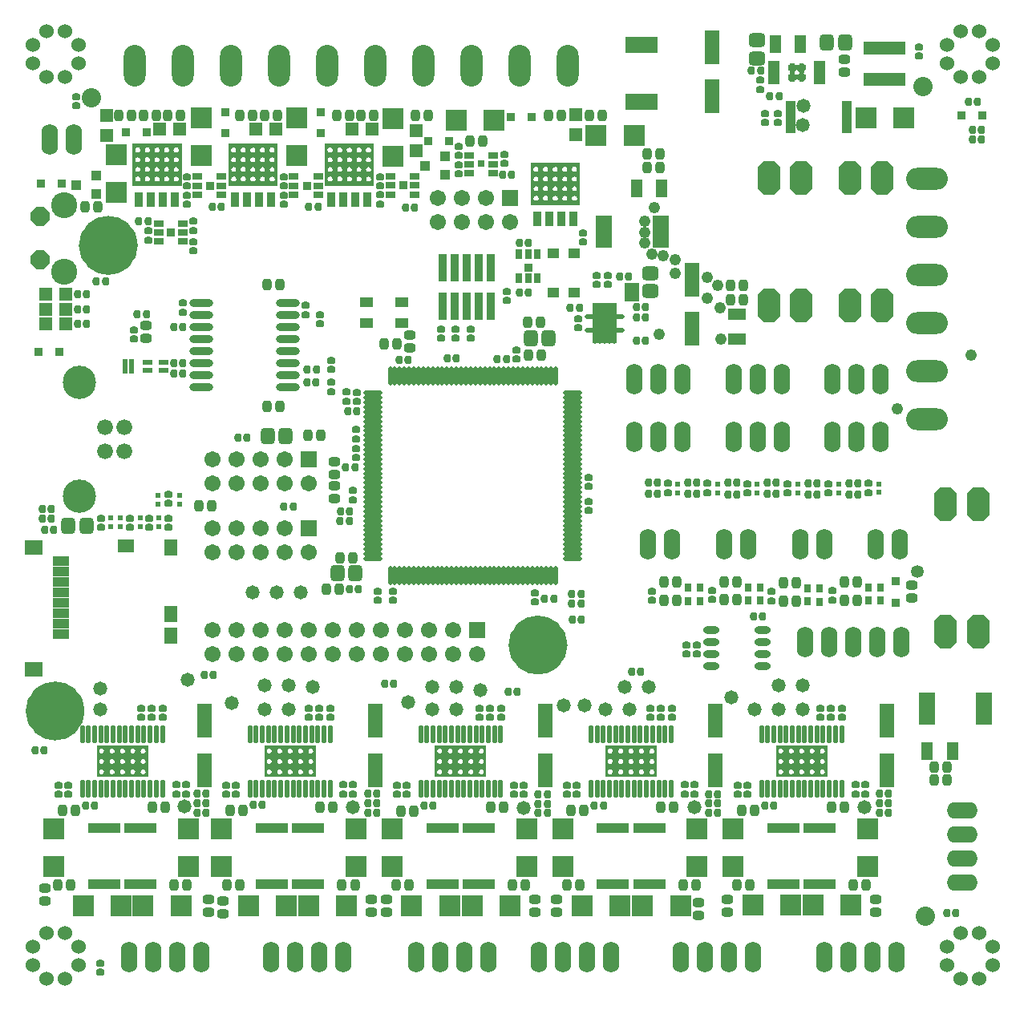
<source format=gts>
G04 Layer_Color=8388736*
%FSLAX24Y24*%
%MOIN*%
G70*
G01*
G75*
%ADD41C,0.0600*%
%ADD92C,0.0580*%
%ADD193C,0.1220*%
%ADD194R,0.1040X0.1680*%
%ADD195R,0.0474X0.0434*%
%ADD196R,0.0237X0.0198*%
%ADD197R,0.0887X0.0887*%
%ADD198O,0.0395X0.0190*%
%ADD199O,0.0190X0.0395*%
G04:AMPARAMS|DCode=200|XSize=30mil|YSize=32mil|CornerRadius=8.4mil|HoleSize=0mil|Usage=FLASHONLY|Rotation=0.000|XOffset=0mil|YOffset=0mil|HoleType=Round|Shape=RoundedRectangle|*
%AMROUNDEDRECTD200*
21,1,0.0300,0.0152,0,0,0.0*
21,1,0.0132,0.0320,0,0,0.0*
1,1,0.0168,0.0066,-0.0076*
1,1,0.0168,-0.0066,-0.0076*
1,1,0.0168,-0.0066,0.0076*
1,1,0.0168,0.0066,0.0076*
%
%ADD200ROUNDEDRECTD200*%
%ADD201R,0.0320X0.0320*%
G04:AMPARAMS|DCode=202|XSize=37.1mil|YSize=47.4mil|CornerRadius=9.8mil|HoleSize=0mil|Usage=FLASHONLY|Rotation=0.000|XOffset=0mil|YOffset=0mil|HoleType=Round|Shape=RoundedRectangle|*
%AMROUNDEDRECTD202*
21,1,0.0371,0.0277,0,0,0.0*
21,1,0.0175,0.0474,0,0,0.0*
1,1,0.0197,0.0087,-0.0139*
1,1,0.0197,-0.0087,-0.0139*
1,1,0.0197,-0.0087,0.0139*
1,1,0.0197,0.0087,0.0139*
%
%ADD202ROUNDEDRECTD202*%
G04:AMPARAMS|DCode=203|XSize=37.1mil|YSize=47.4mil|CornerRadius=9.8mil|HoleSize=0mil|Usage=FLASHONLY|Rotation=270.000|XOffset=0mil|YOffset=0mil|HoleType=Round|Shape=RoundedRectangle|*
%AMROUNDEDRECTD203*
21,1,0.0371,0.0277,0,0,270.0*
21,1,0.0175,0.0474,0,0,270.0*
1,1,0.0197,-0.0139,-0.0087*
1,1,0.0197,-0.0139,0.0087*
1,1,0.0197,0.0139,0.0087*
1,1,0.0197,0.0139,-0.0087*
%
%ADD203ROUNDEDRECTD203*%
G04:AMPARAMS|DCode=204|XSize=30mil|YSize=32mil|CornerRadius=8.4mil|HoleSize=0mil|Usage=FLASHONLY|Rotation=270.000|XOffset=0mil|YOffset=0mil|HoleType=Round|Shape=RoundedRectangle|*
%AMROUNDEDRECTD204*
21,1,0.0300,0.0152,0,0,270.0*
21,1,0.0132,0.0320,0,0,270.0*
1,1,0.0168,-0.0076,-0.0066*
1,1,0.0168,-0.0076,0.0066*
1,1,0.0168,0.0076,0.0066*
1,1,0.0168,0.0076,-0.0066*
%
%ADD204ROUNDEDRECTD204*%
%ADD205R,0.0434X0.0237*%
%ADD206R,0.0440X0.0400*%
%ADD207R,0.0320X0.0320*%
%ADD208R,0.0870X0.0870*%
%ADD209R,0.0870X0.0870*%
%ADD210R,0.0316X0.0415*%
%ADD211R,0.0415X0.0316*%
%ADD212R,0.0513X0.0749*%
G04:AMPARAMS|DCode=213|XSize=60mil|YSize=68mil|CornerRadius=17mil|HoleSize=0mil|Usage=FLASHONLY|Rotation=270.000|XOffset=0mil|YOffset=0mil|HoleType=Round|Shape=RoundedRectangle|*
%AMROUNDEDRECTD213*
21,1,0.0600,0.0340,0,0,270.0*
21,1,0.0260,0.0680,0,0,270.0*
1,1,0.0340,-0.0170,-0.0130*
1,1,0.0340,-0.0170,0.0130*
1,1,0.0340,0.0170,0.0130*
1,1,0.0340,0.0170,-0.0130*
%
%ADD213ROUNDEDRECTD213*%
%ADD214R,0.0631X0.1419*%
%ADD215O,0.0218X0.0749*%
%ADD216R,0.0330X0.0330*%
%ADD217R,0.0671X0.0533*%
%ADD218R,0.0749X0.0631*%
%ADD219R,0.0533X0.0671*%
%ADD220R,0.0671X0.0395*%
G04:AMPARAMS|DCode=221|XSize=60mil|YSize=68mil|CornerRadius=17mil|HoleSize=0mil|Usage=FLASHONLY|Rotation=0.000|XOffset=0mil|YOffset=0mil|HoleType=Round|Shape=RoundedRectangle|*
%AMROUNDEDRECTD221*
21,1,0.0600,0.0340,0,0,0.0*
21,1,0.0260,0.0680,0,0,0.0*
1,1,0.0340,0.0130,-0.0170*
1,1,0.0340,-0.0130,-0.0170*
1,1,0.0340,-0.0130,0.0170*
1,1,0.0340,0.0130,0.0170*
%
%ADD221ROUNDEDRECTD221*%
%ADD222R,0.0749X0.0513*%
%ADD223R,0.0560X0.0560*%
%ADD224R,0.0560X0.0560*%
%ADD225R,0.1340X0.0710*%
%ADD226R,0.0710X0.1340*%
%ADD227R,0.0280X0.0360*%
G04:AMPARAMS|DCode=228|XSize=80mil|YSize=80mil|CornerRadius=40mil|HoleSize=0mil|Usage=FLASHONLY|Rotation=0.000|XOffset=0mil|YOffset=0mil|HoleType=Round|Shape=RoundedRectangle|*
%AMROUNDEDRECTD228*
21,1,0.0800,0.0000,0,0,0.0*
21,1,0.0000,0.0800,0,0,0.0*
1,1,0.0800,0.0000,0.0000*
1,1,0.0800,0.0000,0.0000*
1,1,0.0800,0.0000,0.0000*
1,1,0.0800,0.0000,0.0000*
%
%ADD228ROUNDEDRECTD228*%
G04:AMPARAMS|DCode=229|XSize=80mil|YSize=80mil|CornerRadius=40mil|HoleSize=0mil|Usage=FLASHONLY|Rotation=90.000|XOffset=0mil|YOffset=0mil|HoleType=Round|Shape=RoundedRectangle|*
%AMROUNDEDRECTD229*
21,1,0.0800,0.0000,0,0,90.0*
21,1,0.0000,0.0800,0,0,90.0*
1,1,0.0800,0.0000,0.0000*
1,1,0.0800,0.0000,0.0000*
1,1,0.0800,0.0000,0.0000*
1,1,0.0800,0.0000,0.0000*
%
%ADD229ROUNDEDRECTD229*%
%ADD230R,0.0375X0.1182*%
%ADD231R,0.1753X0.0545*%
%ADD232R,0.0360X0.0640*%
%ADD233R,0.1379X0.0434*%
%ADD234R,0.0434X0.1379*%
%ADD235O,0.0789X0.0198*%
%ADD236O,0.0198X0.0789*%
%ADD237R,0.0482X0.0198*%
%ADD238O,0.0986X0.0316*%
%ADD239O,0.0671X0.0316*%
%ADD240R,0.0552X0.0434*%
%ADD241R,0.0213X0.0260*%
%ADD242R,0.0606X0.0252*%
%ADD243R,0.0330X0.0330*%
%ADD244R,0.0270X0.0270*%
%ADD245R,0.0208X0.0186*%
%ADD246O,0.1730X0.0905*%
%ADD247O,0.0905X0.1730*%
%ADD248C,0.0671*%
%ADD249R,0.0671X0.0671*%
%ADD250O,0.0680X0.1280*%
G04:AMPARAMS|DCode=251|XSize=141mil|YSize=91mil|CornerRadius=0mil|HoleSize=0mil|Usage=FLASHONLY|Rotation=90.000|XOffset=0mil|YOffset=0mil|HoleType=Round|Shape=Octagon|*
%AMOCTAGOND251*
4,1,8,0.0228,0.0705,-0.0228,0.0705,-0.0455,0.0478,-0.0455,-0.0478,-0.0228,-0.0705,0.0228,-0.0705,0.0455,-0.0478,0.0455,0.0478,0.0228,0.0705,0.0*
%
%ADD251OCTAGOND251*%

%ADD252C,0.1385*%
%ADD253C,0.0660*%
%ADD254C,0.1080*%
%ADD255P,0.0844X8X292.5*%
%ADD256O,0.1280X0.0680*%
%ADD257C,0.0480*%
%ADD258C,0.0530*%
G36*
X23289Y34204D02*
Y33810D01*
Y33406D01*
Y33013D01*
Y32737D01*
X21241D01*
Y33013D01*
Y33406D01*
Y33810D01*
Y34214D01*
Y34499D01*
X23289D01*
Y34204D01*
D02*
G37*
G36*
X33576Y10022D02*
Y9806D01*
Y9589D01*
Y9373D01*
Y9156D01*
Y8940D01*
X31441D01*
Y9156D01*
Y9373D01*
Y9589D01*
Y9806D01*
Y10022D01*
Y10024D01*
Y10240D01*
X33576D01*
Y10022D01*
D02*
G37*
G36*
X10724Y35004D02*
Y34610D01*
Y34206D01*
Y33813D01*
Y33537D01*
X8676D01*
Y33813D01*
Y34206D01*
Y34610D01*
Y35014D01*
Y35299D01*
X10724D01*
Y35004D01*
D02*
G37*
G36*
X14734D02*
Y34610D01*
Y34206D01*
Y33813D01*
Y33537D01*
X12686D01*
Y33813D01*
Y34206D01*
Y34610D01*
Y35014D01*
Y35299D01*
X14734D01*
Y35004D01*
D02*
G37*
G36*
X6739D02*
Y34610D01*
Y34206D01*
Y33813D01*
Y33537D01*
X4691D01*
Y33813D01*
Y34206D01*
Y34610D01*
Y35014D01*
Y35299D01*
X6739D01*
Y35004D01*
D02*
G37*
G36*
X5342Y10022D02*
Y9806D01*
Y9589D01*
Y9373D01*
Y9156D01*
Y8940D01*
X3207D01*
Y9156D01*
Y9373D01*
Y9589D01*
Y9806D01*
Y10022D01*
Y10024D01*
Y10240D01*
X5342D01*
Y10022D01*
D02*
G37*
G36*
X32599Y38628D02*
X32600Y38613D01*
X32612Y38584D01*
X32634Y38563D01*
X32662Y38551D01*
X32677Y38549D01*
Y38343D01*
X32664Y38341D01*
X32639Y38331D01*
X32620Y38312D01*
X32610Y38287D01*
X32608Y38274D01*
Y38234D01*
X32599D01*
Y38225D01*
X32600Y38209D01*
X32612Y38181D01*
X32634Y38159D01*
X32662Y38147D01*
X32677Y38146D01*
Y37949D01*
X32662Y37947D01*
X32634Y37936D01*
X32612Y37914D01*
X32600Y37886D01*
X32599Y37870D01*
Y37851D01*
X32421D01*
X32420Y37870D01*
X32405Y37905D01*
X32378Y37932D01*
X32342Y37947D01*
X32323Y37949D01*
X32303D01*
X32284Y37947D01*
X32249Y37932D01*
X32221Y37905D01*
X32207Y37870D01*
X32205Y37851D01*
X32028D01*
Y37860D01*
X32026Y37876D01*
X32014Y37904D01*
X31993Y37926D01*
X31964Y37938D01*
X31949Y37939D01*
Y38146D01*
X31962Y38147D01*
X31987Y38157D01*
X32006Y38176D01*
X32017Y38201D01*
X32018Y38215D01*
Y38254D01*
X32028D01*
Y38264D01*
X32026Y38279D01*
X32014Y38308D01*
X31993Y38329D01*
X31964Y38341D01*
X31949Y38343D01*
Y38540D01*
X31964Y38541D01*
X31993Y38553D01*
X32014Y38575D01*
X32026Y38603D01*
X32028Y38618D01*
Y38638D01*
X32205D01*
X32207Y38619D01*
X32221Y38583D01*
X32249Y38556D01*
X32284Y38541D01*
X32303Y38540D01*
X32323D01*
X32342Y38541D01*
X32378Y38556D01*
X32405Y38583D01*
X32420Y38619D01*
X32421Y38638D01*
X32599D01*
Y38628D01*
D02*
G37*
G36*
X12311Y10022D02*
Y9806D01*
Y9589D01*
Y9373D01*
Y9156D01*
Y8940D01*
X10176D01*
Y9156D01*
Y9373D01*
Y9589D01*
Y9806D01*
Y10022D01*
Y10024D01*
Y10240D01*
X12311D01*
Y10022D01*
D02*
G37*
G36*
X26488D02*
Y9806D01*
Y9589D01*
Y9373D01*
Y9156D01*
Y8940D01*
X24353D01*
Y9156D01*
Y9373D01*
Y9589D01*
Y9806D01*
Y10022D01*
Y10024D01*
Y10240D01*
X26488D01*
Y10022D01*
D02*
G37*
G36*
X19402D02*
Y9806D01*
Y9589D01*
Y9373D01*
Y9156D01*
Y8940D01*
X17267D01*
Y9156D01*
Y9373D01*
Y9589D01*
Y9806D01*
Y10022D01*
Y10024D01*
Y10240D01*
X19402D01*
Y10022D01*
D02*
G37*
%LPC*%
G36*
X23062Y33121D02*
X23043Y33119D01*
X23008Y33104D01*
X22980Y33077D01*
X22966Y33042D01*
X22964Y33023D01*
Y33023D01*
X22964Y33004D01*
X22966Y32984D01*
X22981Y32949D01*
X23008Y32922D01*
X23044Y32907D01*
X23063Y32905D01*
X23064Y32912D01*
X23086Y32914D01*
X23125Y32930D01*
X23154Y32960D01*
X23171Y32999D01*
X23172Y33013D01*
X23161D01*
Y33023D01*
X23159Y33042D01*
X23144Y33077D01*
X23117Y33104D01*
X23081Y33119D01*
X23062Y33121D01*
D02*
G37*
G36*
X22265D02*
X22246Y33119D01*
X22210Y33104D01*
X22183Y33077D01*
X22168Y33042D01*
X22167Y33023D01*
Y33013D01*
Y33003D01*
X22168Y32986D01*
X22181Y32954D01*
X22206Y32929D01*
X22238Y32916D01*
X22255Y32914D01*
X22265D01*
X22286Y32916D01*
X22325Y32933D01*
X22355Y32962D01*
X22371Y33001D01*
X22372Y33013D01*
X22363D01*
Y33023D01*
X22361Y33042D01*
X22347Y33077D01*
X22320Y33104D01*
X22284Y33119D01*
X22265Y33121D01*
D02*
G37*
G36*
X22668D02*
X22649Y33119D01*
X22614Y33104D01*
X22587Y33077D01*
X22572Y33042D01*
X22570Y33023D01*
Y33013D01*
X22560D01*
Y33013D01*
X22562Y32992D01*
X22578Y32953D01*
X22608Y32923D01*
X22647Y32907D01*
X22668Y32905D01*
X22688Y32906D01*
X22723Y32921D01*
X22750Y32948D01*
X22765Y32984D01*
X22767Y33003D01*
Y33013D01*
Y33023D01*
X22765Y33042D01*
X22750Y33077D01*
X22723Y33104D01*
X22688Y33119D01*
X22668Y33121D01*
D02*
G37*
G36*
X21468D02*
X21449Y33119D01*
X21413Y33104D01*
X21386Y33077D01*
X21371Y33042D01*
X21369Y33023D01*
Y33013D01*
X21359D01*
Y33013D01*
X21362Y32992D01*
X21378Y32953D01*
X21408Y32923D01*
X21447Y32907D01*
X21468Y32905D01*
X21489Y32907D01*
X21528Y32923D01*
X21558Y32953D01*
X21574Y32992D01*
X21576Y33013D01*
Y33013D01*
X21556D01*
Y33032D01*
X21555Y33050D01*
X21541Y33082D01*
X21517Y33106D01*
X21485Y33119D01*
X21468Y33121D01*
D02*
G37*
G36*
X21871Y33131D02*
X21850Y33129D01*
X21811Y33113D01*
X21781Y33083D01*
X21765Y33044D01*
X21763Y33023D01*
Y33013D01*
Y33003D01*
X21765Y32984D01*
X21780Y32948D01*
X21807Y32921D01*
X21842Y32906D01*
X21861Y32905D01*
X21883Y32907D01*
X21922Y32923D01*
X21951Y32953D01*
X21968Y32992D01*
X21970Y33013D01*
Y33013D01*
X21960D01*
Y33042D01*
X21958Y33060D01*
X21945Y33092D01*
X21920Y33116D01*
X21889Y33129D01*
X21871Y33131D01*
D02*
G37*
G36*
X22668Y33515D02*
X22649Y33513D01*
X22614Y33498D01*
X22587Y33471D01*
X22572Y33436D01*
X22570Y33416D01*
Y33406D01*
X22561D01*
X22562Y33397D01*
X22577Y33362D01*
X22604Y33334D01*
X22639Y33320D01*
X22659Y33318D01*
X22680Y33320D01*
X22720Y33336D01*
X22750Y33367D01*
X22767Y33407D01*
X22767Y33409D01*
Y33416D01*
X22765Y33436D01*
X22750Y33471D01*
X22723Y33498D01*
X22688Y33513D01*
X22668Y33515D01*
D02*
G37*
G36*
X23062D02*
X23043Y33513D01*
X23008Y33498D01*
X22980Y33471D01*
X22966Y33436D01*
X22964Y33416D01*
Y33406D01*
X22956D01*
X22956Y33405D01*
X22972Y33366D01*
X23002Y33336D01*
X23041Y33320D01*
X23062Y33318D01*
X23083Y33320D01*
X23121Y33336D01*
X23150Y33365D01*
X23166Y33403D01*
X23167Y33406D01*
X23161D01*
Y33416D01*
X23159Y33436D01*
X23144Y33471D01*
X23117Y33498D01*
X23081Y33513D01*
X23062Y33515D01*
D02*
G37*
G36*
X22265D02*
X22246Y33513D01*
X22210Y33498D01*
X22183Y33471D01*
X22168Y33436D01*
X22167Y33416D01*
Y33406D01*
X22161D01*
X22161Y33403D01*
X22177Y33365D01*
X22206Y33336D01*
X22244Y33320D01*
X22265Y33318D01*
X22285Y33320D01*
X22321Y33335D01*
X22348Y33362D01*
X22363Y33399D01*
X22364Y33406D01*
X22363D01*
Y33416D01*
X22361Y33436D01*
X22347Y33471D01*
X22320Y33498D01*
X22284Y33513D01*
X22265Y33515D01*
D02*
G37*
G36*
X21468D02*
X21449Y33513D01*
X21413Y33498D01*
X21386Y33471D01*
X21371Y33436D01*
X21369Y33416D01*
Y33406D01*
X21361D01*
X21361Y33405D01*
X21378Y33366D01*
X21408Y33336D01*
X21447Y33320D01*
X21468Y33318D01*
X21487Y33320D01*
X21523Y33335D01*
X21551Y33362D01*
X21565Y33398D01*
X21566Y33406D01*
X21556D01*
Y33426D01*
X21555Y33443D01*
X21541Y33475D01*
X21517Y33500D01*
X21485Y33513D01*
X21468Y33515D01*
D02*
G37*
G36*
X21871Y33525D02*
X21850Y33523D01*
X21811Y33506D01*
X21781Y33476D01*
X21765Y33437D01*
X21763Y33416D01*
X21765Y33397D01*
X21780Y33362D01*
X21807Y33334D01*
X21842Y33320D01*
X21861Y33318D01*
X21882Y33320D01*
X21920Y33336D01*
X21950Y33365D01*
X21966Y33403D01*
X21966Y33406D01*
X21960D01*
Y33436D01*
X21958Y33453D01*
X21945Y33485D01*
X21920Y33510D01*
X21889Y33523D01*
X21871Y33525D01*
D02*
G37*
G36*
X22668Y34332D02*
X22647Y34330D01*
X22608Y34313D01*
X22578Y34284D01*
X22562Y34245D01*
X22560Y34223D01*
Y34214D01*
X22562Y34194D01*
X22577Y34159D01*
X22604Y34132D01*
X22639Y34117D01*
X22659Y34115D01*
X22680Y34117D01*
X22720Y34134D01*
X22750Y34164D01*
X22767Y34204D01*
X22767Y34206D01*
Y34233D01*
X22765Y34252D01*
X22750Y34288D01*
X22723Y34315D01*
X22688Y34330D01*
X22668Y34332D01*
D02*
G37*
G36*
X23062D02*
X23041Y34330D01*
X23002Y34313D01*
X22972Y34284D01*
X22956Y34245D01*
X22954Y34223D01*
X22956Y34202D01*
X22972Y34163D01*
X23002Y34133D01*
X23041Y34117D01*
X23062Y34115D01*
X23083Y34117D01*
X23121Y34133D01*
X23150Y34162D01*
X23166Y34201D01*
X23168Y34221D01*
Y34245D01*
X23168Y34245D01*
X23152Y34284D01*
X23122Y34313D01*
X23083Y34330D01*
X23062Y34332D01*
D02*
G37*
G36*
X22275Y34322D02*
X22265D01*
X22244Y34320D01*
X22205Y34304D01*
X22175Y34274D01*
X22159Y34235D01*
Y34221D01*
X22161Y34201D01*
X22177Y34162D01*
X22206Y34133D01*
X22244Y34117D01*
X22265Y34115D01*
X22285Y34117D01*
X22321Y34132D01*
X22348Y34160D01*
X22363Y34196D01*
X22364Y34204D01*
X22363D01*
Y34233D01*
X22362Y34251D01*
X22348Y34282D01*
X22324Y34307D01*
X22292Y34320D01*
X22275Y34322D01*
D02*
G37*
G36*
X21467Y34331D02*
X21466Y34324D01*
X21444Y34322D01*
X21405Y34306D01*
X21376Y34276D01*
X21359Y34237D01*
X21359D01*
Y34223D01*
X21361Y34202D01*
X21378Y34163D01*
X21408Y34133D01*
X21447Y34117D01*
X21468Y34115D01*
X21487Y34117D01*
X21523Y34132D01*
X21551Y34159D01*
X21565Y34195D01*
X21567Y34214D01*
X21566D01*
X21565Y34233D01*
X21564Y34252D01*
X21549Y34287D01*
X21522Y34314D01*
X21486Y34329D01*
X21467Y34331D01*
D02*
G37*
G36*
X21861Y34332D02*
X21842Y34330D01*
X21807Y34315D01*
X21780Y34288D01*
X21765Y34252D01*
X21763Y34233D01*
Y34225D01*
Y34223D01*
Y34214D01*
X21765Y34194D01*
X21780Y34159D01*
X21807Y34132D01*
X21842Y34117D01*
X21861Y34115D01*
X21882Y34117D01*
X21920Y34133D01*
X21950Y34162D01*
X21966Y34201D01*
X21968Y34221D01*
Y34245D01*
X21968Y34245D01*
X21951Y34284D01*
X21922Y34313D01*
X21883Y34330D01*
X21861Y34332D01*
D02*
G37*
G36*
X21871Y33928D02*
X21850Y33926D01*
X21811Y33910D01*
X21781Y33880D01*
X21765Y33841D01*
X21763Y33820D01*
Y33810D01*
X21765Y33791D01*
X21780Y33755D01*
X21807Y33728D01*
X21842Y33713D01*
X21861Y33712D01*
X21882Y33714D01*
X21920Y33729D01*
X21950Y33759D01*
X21966Y33797D01*
X21967Y33810D01*
X21960D01*
Y33840D01*
X21958Y33857D01*
X21945Y33889D01*
X21920Y33913D01*
X21889Y33926D01*
X21871Y33928D01*
D02*
G37*
G36*
X22265Y33918D02*
X22246Y33916D01*
X22210Y33902D01*
X22183Y33875D01*
X22168Y33839D01*
X22167Y33820D01*
Y33810D01*
X22160D01*
X22161Y33797D01*
X22177Y33759D01*
X22206Y33729D01*
X22244Y33714D01*
X22265Y33712D01*
X22285Y33714D01*
X22321Y33728D01*
X22348Y33756D01*
X22363Y33792D01*
X22365Y33810D01*
X22363D01*
Y33820D01*
X22361Y33839D01*
X22347Y33875D01*
X22320Y33902D01*
X22284Y33916D01*
X22265Y33918D01*
D02*
G37*
G36*
X21468D02*
X21449Y33916D01*
X21413Y33902D01*
X21386Y33875D01*
X21371Y33839D01*
X21369Y33820D01*
Y33810D01*
X21360D01*
X21361Y33799D01*
X21378Y33760D01*
X21408Y33730D01*
X21447Y33714D01*
X21468Y33712D01*
X21487Y33714D01*
X21523Y33728D01*
X21551Y33756D01*
X21565Y33792D01*
X21567Y33810D01*
X21556D01*
Y33830D01*
X21555Y33847D01*
X21541Y33879D01*
X21517Y33903D01*
X21485Y33917D01*
X21468Y33918D01*
D02*
G37*
G36*
X22668D02*
X22649Y33916D01*
X22614Y33902D01*
X22587Y33875D01*
X22572Y33839D01*
X22570Y33820D01*
Y33810D01*
X22560D01*
X22562Y33791D01*
X22577Y33755D01*
X22604Y33728D01*
X22639Y33713D01*
X22659Y33712D01*
X22680Y33714D01*
X22720Y33730D01*
X22750Y33761D01*
X22767Y33800D01*
X22768Y33810D01*
X22767D01*
Y33820D01*
X22765Y33839D01*
X22750Y33875D01*
X22723Y33902D01*
X22688Y33916D01*
X22668Y33918D01*
D02*
G37*
G36*
X23062D02*
X23043Y33916D01*
X23008Y33902D01*
X22980Y33875D01*
X22966Y33839D01*
X22964Y33820D01*
Y33810D01*
X22955D01*
X22956Y33799D01*
X22972Y33760D01*
X23002Y33730D01*
X23041Y33714D01*
X23062Y33712D01*
X23083Y33714D01*
X23121Y33729D01*
X23150Y33759D01*
X23166Y33797D01*
X23168Y33810D01*
X23161D01*
Y33820D01*
X23159Y33839D01*
X23144Y33875D01*
X23117Y33902D01*
X23081Y33916D01*
X23062Y33918D01*
D02*
G37*
G36*
X33376Y9689D02*
X33357Y9687D01*
X33322Y9672D01*
X33295Y9645D01*
X33280Y9609D01*
X33279Y9589D01*
X33271D01*
X33273Y9570D01*
X33288Y9533D01*
X33317Y9505D01*
X33354Y9490D01*
X33374Y9488D01*
X33374Y9488D01*
X33394Y9490D01*
X33432Y9506D01*
X33460Y9536D01*
X33475Y9574D01*
X33476Y9594D01*
X33471Y9594D01*
X33471Y9594D01*
X33469Y9613D01*
X33455Y9647D01*
X33429Y9673D01*
X33395Y9688D01*
X33376Y9689D01*
D02*
G37*
G36*
X32509Y10125D02*
X32509Y10125D01*
X32489Y10123D01*
X32452Y10108D01*
X32425Y10079D01*
X32410Y10042D01*
X32409Y10023D01*
X32410Y10004D01*
X32425Y9967D01*
X32452Y9939D01*
X32489Y9923D01*
X32509Y9921D01*
X32529Y9923D01*
X32565Y9939D01*
X32593Y9967D01*
X32607Y10004D01*
X32609Y10023D01*
X32607Y10042D01*
X32593Y10079D01*
X32565Y10108D01*
X32529Y10123D01*
X32509Y10125D01*
D02*
G37*
G36*
X32076Y9689D02*
X32076Y9689D01*
X32057Y9687D01*
X32021Y9672D01*
X31994Y9645D01*
X31980Y9609D01*
X31979Y9589D01*
X31974D01*
X31976Y9574D01*
X31991Y9536D01*
X32020Y9507D01*
X32058Y9492D01*
X32079Y9491D01*
X32098Y9492D01*
X32134Y9508D01*
X32161Y9535D01*
X32175Y9571D01*
X32176Y9590D01*
X32175Y9609D01*
X32160Y9645D01*
X32132Y9673D01*
X32096Y9688D01*
X32076Y9689D01*
D02*
G37*
G36*
Y10122D02*
X32076Y10122D01*
X32057Y10121D01*
X32021Y10106D01*
X31994Y10078D01*
X31980Y10042D01*
X31979Y10022D01*
X31974D01*
X31976Y10007D01*
X31991Y9969D01*
X32020Y9940D01*
X32058Y9925D01*
X32079Y9924D01*
X32098Y9926D01*
X32134Y9941D01*
X32161Y9968D01*
X32175Y10004D01*
X32176Y10023D01*
X32175Y10042D01*
X32160Y10078D01*
X32132Y10106D01*
X32096Y10121D01*
X32076Y10122D01*
D02*
G37*
G36*
X33376Y10122D02*
X33357Y10120D01*
X33322Y10105D01*
X33295Y10078D01*
X33280Y10042D01*
X33279Y10022D01*
X33271D01*
X33273Y10004D01*
X33288Y9966D01*
X33317Y9938D01*
X33354Y9923D01*
X33374Y9921D01*
X33374Y9921D01*
X33394Y9923D01*
X33432Y9939D01*
X33460Y9969D01*
X33475Y10007D01*
X33476Y10027D01*
X33471Y10028D01*
X33471Y10028D01*
X33469Y10046D01*
X33455Y10080D01*
X33429Y10106D01*
X33395Y10121D01*
X33376Y10122D01*
D02*
G37*
G36*
X31644Y10125D02*
X31624Y10123D01*
X31587Y10108D01*
X31559Y10079D01*
X31543Y10043D01*
X31542Y10026D01*
X31543Y10008D01*
X31557Y9971D01*
X31585Y9942D01*
X31621Y9926D01*
X31641Y9924D01*
Y9924D01*
X31661Y9926D01*
X31697Y9942D01*
X31724Y9971D01*
X31738Y10008D01*
X31739Y10028D01*
X31746D01*
X31745Y10043D01*
X31729Y10080D01*
X31701Y10108D01*
X31664Y10123D01*
X31644Y10125D01*
D02*
G37*
G36*
X32939Y10122D02*
X32939Y10122D01*
X32919Y10121D01*
X32884Y10106D01*
X32857Y10078D01*
X32843Y10042D01*
X32841Y10023D01*
X32843Y10004D01*
X32858Y9968D01*
X32885Y9940D01*
X32922Y9925D01*
X32941Y9924D01*
X32941Y9924D01*
X32961Y9926D01*
X32996Y9941D01*
X33023Y9968D01*
X33037Y10004D01*
X33039Y10024D01*
X33044D01*
X33041Y10042D01*
X33025Y10079D01*
X32996Y10107D01*
X32959Y10121D01*
X32939Y10122D01*
D02*
G37*
G36*
Y9689D02*
X32939Y9689D01*
X32919Y9687D01*
X32884Y9672D01*
X32857Y9645D01*
X32843Y9609D01*
X32841Y9590D01*
X32843Y9571D01*
X32858Y9535D01*
X32885Y9507D01*
X32922Y9492D01*
X32941Y9491D01*
X32941Y9491D01*
X32961Y9492D01*
X32996Y9508D01*
X33023Y9535D01*
X33037Y9571D01*
X33039Y9591D01*
X33044D01*
X33041Y9609D01*
X33025Y9646D01*
X32996Y9674D01*
X32959Y9688D01*
X32939Y9689D01*
D02*
G37*
G36*
Y9256D02*
X32939Y9256D01*
X32919Y9254D01*
X32884Y9239D01*
X32857Y9212D01*
X32843Y9176D01*
X32841Y9157D01*
X32843Y9138D01*
X32858Y9102D01*
X32885Y9074D01*
X32922Y9059D01*
X32941Y9057D01*
X32941Y9057D01*
X32961Y9059D01*
X32996Y9074D01*
X33023Y9102D01*
X33037Y9138D01*
X33039Y9158D01*
X33044D01*
X33041Y9176D01*
X33025Y9213D01*
X32996Y9240D01*
X32959Y9255D01*
X32939Y9256D01*
D02*
G37*
G36*
X31644Y9259D02*
X31624Y9257D01*
X31587Y9242D01*
X31559Y9213D01*
X31543Y9176D01*
X31541Y9157D01*
X31543Y9138D01*
X31558Y9102D01*
X31586Y9074D01*
X31622Y9059D01*
X31641Y9057D01*
X31661Y9060D01*
X31697Y9076D01*
X31724Y9104D01*
X31738Y9142D01*
X31739Y9161D01*
X31746D01*
X31745Y9176D01*
X31729Y9214D01*
X31701Y9242D01*
X31664Y9257D01*
X31644Y9259D01*
D02*
G37*
G36*
X32509Y9259D02*
X32509Y9259D01*
X32489Y9257D01*
X32452Y9241D01*
X32425Y9213D01*
X32410Y9176D01*
X32409Y9157D01*
X32410Y9138D01*
X32425Y9101D01*
X32452Y9072D01*
X32489Y9057D01*
X32509Y9055D01*
X32529Y9057D01*
X32565Y9072D01*
X32593Y9101D01*
X32607Y9138D01*
X32609Y9157D01*
X32607Y9176D01*
X32593Y9213D01*
X32565Y9241D01*
X32529Y9257D01*
X32509Y9259D01*
D02*
G37*
G36*
X31644Y9692D02*
X31624Y9690D01*
X31587Y9675D01*
X31559Y9646D01*
X31543Y9609D01*
X31541Y9590D01*
X31543Y9571D01*
X31558Y9535D01*
X31586Y9507D01*
X31622Y9492D01*
X31641Y9491D01*
X31661Y9493D01*
X31697Y9509D01*
X31724Y9538D01*
X31738Y9575D01*
X31739Y9594D01*
X31746D01*
X31745Y9610D01*
X31729Y9647D01*
X31701Y9675D01*
X31664Y9690D01*
X31644Y9692D01*
D02*
G37*
G36*
X32509Y9692D02*
X32509Y9692D01*
X32489Y9690D01*
X32452Y9675D01*
X32425Y9646D01*
X32410Y9609D01*
X32409Y9590D01*
X32410Y9571D01*
X32425Y9534D01*
X32452Y9505D01*
X32489Y9490D01*
X32509Y9488D01*
X32529Y9490D01*
X32565Y9505D01*
X32593Y9534D01*
X32607Y9571D01*
X32609Y9590D01*
X32607Y9609D01*
X32593Y9646D01*
X32565Y9675D01*
X32529Y9690D01*
X32509Y9692D01*
D02*
G37*
G36*
X32076Y9256D02*
X32076Y9256D01*
X32057Y9254D01*
X32021Y9239D01*
X31994Y9212D01*
X31980Y9176D01*
X31979Y9156D01*
X31974D01*
X31976Y9141D01*
X31991Y9103D01*
X32020Y9074D01*
X32058Y9059D01*
X32079Y9057D01*
X32098Y9059D01*
X32134Y9074D01*
X32161Y9102D01*
X32175Y9138D01*
X32176Y9157D01*
X32175Y9176D01*
X32160Y9212D01*
X32132Y9240D01*
X32096Y9255D01*
X32076Y9256D01*
D02*
G37*
G36*
X33376Y9256D02*
X33357Y9254D01*
X33322Y9239D01*
X33295Y9211D01*
X33280Y9176D01*
X33279Y9156D01*
X33271D01*
X33273Y9137D01*
X33288Y9100D01*
X33317Y9072D01*
X33354Y9057D01*
X33374Y9055D01*
X33374Y9055D01*
X33394Y9057D01*
X33432Y9073D01*
X33460Y9103D01*
X33475Y9141D01*
X33476Y9161D01*
X33471Y9161D01*
X33471Y9161D01*
X33469Y9180D01*
X33455Y9214D01*
X33429Y9240D01*
X33395Y9255D01*
X33376Y9256D01*
D02*
G37*
G36*
X8903Y34718D02*
X8884Y34716D01*
X8848Y34702D01*
X8821Y34675D01*
X8806Y34639D01*
X8804Y34620D01*
Y34610D01*
X8795D01*
X8796Y34599D01*
X8813Y34560D01*
X8843Y34530D01*
X8882Y34514D01*
X8903Y34512D01*
X8922Y34513D01*
X8958Y34528D01*
X8986Y34556D01*
X9000Y34592D01*
X9002Y34610D01*
X8991D01*
Y34630D01*
X8990Y34647D01*
X8976Y34679D01*
X8952Y34703D01*
X8920Y34717D01*
X8903Y34718D01*
D02*
G37*
G36*
X10497D02*
X10478Y34716D01*
X10443Y34702D01*
X10415Y34675D01*
X10401Y34639D01*
X10399Y34620D01*
Y34610D01*
X10390D01*
X10391Y34599D01*
X10407Y34560D01*
X10437Y34530D01*
X10476Y34514D01*
X10497Y34512D01*
X10518Y34514D01*
X10556Y34529D01*
X10586Y34559D01*
X10601Y34597D01*
X10603Y34610D01*
X10596D01*
Y34620D01*
X10594Y34639D01*
X10579Y34675D01*
X10552Y34702D01*
X10516Y34716D01*
X10497Y34718D01*
D02*
G37*
G36*
X10104D02*
X10084Y34716D01*
X10049Y34702D01*
X10022Y34675D01*
X10007Y34639D01*
X10005Y34620D01*
Y34610D01*
X9995D01*
X9997Y34591D01*
X10012Y34555D01*
X10039Y34528D01*
X10074Y34513D01*
X10094Y34512D01*
X10115Y34514D01*
X10155Y34530D01*
X10185Y34561D01*
X10202Y34600D01*
X10203Y34610D01*
X10202D01*
Y34620D01*
X10200Y34639D01*
X10185Y34675D01*
X10158Y34702D01*
X10123Y34716D01*
X10104Y34718D01*
D02*
G37*
G36*
X9306Y34728D02*
X9285Y34726D01*
X9246Y34710D01*
X9216Y34680D01*
X9200Y34641D01*
X9198Y34620D01*
Y34610D01*
X9200Y34591D01*
X9215Y34555D01*
X9242Y34528D01*
X9277Y34513D01*
X9296Y34512D01*
X9317Y34514D01*
X9355Y34529D01*
X9385Y34559D01*
X9401Y34597D01*
X9402Y34610D01*
X9395D01*
Y34640D01*
X9393Y34657D01*
X9380Y34689D01*
X9356Y34713D01*
X9324Y34726D01*
X9306Y34728D01*
D02*
G37*
G36*
X9700Y34718D02*
X9681Y34716D01*
X9645Y34702D01*
X9618Y34675D01*
X9603Y34639D01*
X9602Y34620D01*
Y34610D01*
X9595D01*
X9596Y34597D01*
X9612Y34559D01*
X9641Y34529D01*
X9679Y34514D01*
X9700Y34512D01*
X9720Y34514D01*
X9756Y34528D01*
X9783Y34556D01*
X9798Y34592D01*
X9800Y34610D01*
X9798D01*
Y34620D01*
X9797Y34639D01*
X9782Y34675D01*
X9755Y34702D01*
X9719Y34716D01*
X9700Y34718D01*
D02*
G37*
G36*
X10497Y34315D02*
X10478Y34313D01*
X10443Y34298D01*
X10415Y34271D01*
X10401Y34236D01*
X10399Y34216D01*
Y34206D01*
X10391D01*
X10391Y34205D01*
X10407Y34166D01*
X10437Y34136D01*
X10476Y34120D01*
X10497Y34118D01*
X10518Y34120D01*
X10556Y34136D01*
X10586Y34165D01*
X10601Y34203D01*
X10602Y34206D01*
X10596D01*
Y34216D01*
X10594Y34236D01*
X10579Y34271D01*
X10552Y34298D01*
X10516Y34313D01*
X10497Y34315D01*
D02*
G37*
G36*
X10104D02*
X10084Y34313D01*
X10049Y34298D01*
X10022Y34271D01*
X10007Y34236D01*
X10005Y34216D01*
Y34206D01*
X9996D01*
X9997Y34197D01*
X10012Y34162D01*
X10039Y34134D01*
X10074Y34120D01*
X10094Y34118D01*
X10115Y34120D01*
X10155Y34136D01*
X10185Y34167D01*
X10202Y34207D01*
X10202Y34209D01*
Y34216D01*
X10200Y34236D01*
X10185Y34271D01*
X10158Y34298D01*
X10123Y34313D01*
X10104Y34315D01*
D02*
G37*
G36*
X9306Y34325D02*
X9285Y34323D01*
X9246Y34306D01*
X9216Y34276D01*
X9200Y34237D01*
X9198Y34216D01*
X9200Y34197D01*
X9215Y34162D01*
X9242Y34134D01*
X9277Y34120D01*
X9296Y34118D01*
X9317Y34120D01*
X9355Y34136D01*
X9385Y34165D01*
X9401Y34203D01*
X9401Y34206D01*
X9395D01*
Y34236D01*
X9393Y34253D01*
X9380Y34285D01*
X9356Y34310D01*
X9324Y34323D01*
X9306Y34325D01*
D02*
G37*
G36*
X9700Y34315D02*
X9681Y34313D01*
X9645Y34298D01*
X9618Y34271D01*
X9603Y34236D01*
X9602Y34216D01*
Y34206D01*
X9596D01*
X9596Y34203D01*
X9612Y34165D01*
X9641Y34136D01*
X9679Y34120D01*
X9700Y34118D01*
X9720Y34120D01*
X9756Y34135D01*
X9783Y34162D01*
X9798Y34199D01*
X9799Y34206D01*
X9798D01*
Y34216D01*
X9797Y34236D01*
X9782Y34271D01*
X9755Y34298D01*
X9719Y34313D01*
X9700Y34315D01*
D02*
G37*
G36*
X10497Y35132D02*
X10476Y35130D01*
X10437Y35113D01*
X10407Y35084D01*
X10391Y35045D01*
X10389Y35023D01*
X10391Y35002D01*
X10407Y34963D01*
X10437Y34933D01*
X10476Y34917D01*
X10497Y34915D01*
X10518Y34917D01*
X10556Y34933D01*
X10586Y34962D01*
X10601Y35001D01*
X10603Y35021D01*
Y35045D01*
X10603Y35045D01*
X10587Y35084D01*
X10557Y35113D01*
X10518Y35130D01*
X10497Y35132D01*
D02*
G37*
G36*
X10104D02*
X10082Y35130D01*
X10043Y35113D01*
X10014Y35084D01*
X9997Y35045D01*
X9995Y35023D01*
Y35014D01*
X9997Y34994D01*
X10012Y34959D01*
X10039Y34932D01*
X10074Y34917D01*
X10094Y34915D01*
X10115Y34917D01*
X10155Y34934D01*
X10185Y34964D01*
X10202Y35004D01*
X10202Y35006D01*
Y35033D01*
X10200Y35052D01*
X10185Y35088D01*
X10158Y35115D01*
X10123Y35130D01*
X10104Y35132D01*
D02*
G37*
G36*
X9296D02*
X9277Y35130D01*
X9242Y35115D01*
X9215Y35088D01*
X9200Y35052D01*
X9198Y35033D01*
Y35025D01*
Y35023D01*
Y35014D01*
X9200Y34994D01*
X9215Y34959D01*
X9242Y34932D01*
X9277Y34917D01*
X9296Y34915D01*
X9317Y34917D01*
X9355Y34933D01*
X9385Y34962D01*
X9401Y35001D01*
X9403Y35021D01*
Y35045D01*
X9403Y35045D01*
X9386Y35084D01*
X9357Y35113D01*
X9318Y35130D01*
X9296Y35132D01*
D02*
G37*
G36*
X9710Y35122D02*
X9700D01*
X9679Y35120D01*
X9640Y35104D01*
X9610Y35074D01*
X9594Y35035D01*
Y35021D01*
X9596Y35001D01*
X9612Y34962D01*
X9641Y34933D01*
X9679Y34917D01*
X9700Y34915D01*
X9720Y34917D01*
X9756Y34932D01*
X9783Y34960D01*
X9798Y34996D01*
X9799Y35004D01*
X9798D01*
Y35033D01*
X9797Y35051D01*
X9783Y35082D01*
X9759Y35107D01*
X9727Y35120D01*
X9710Y35122D01*
D02*
G37*
G36*
X8902Y35131D02*
X8901Y35124D01*
X8879Y35122D01*
X8840Y35106D01*
X8811Y35076D01*
X8794Y35037D01*
X8794D01*
Y35024D01*
X8796Y35002D01*
X8813Y34963D01*
X8843Y34933D01*
X8882Y34917D01*
X8903Y34915D01*
X8922Y34917D01*
X8958Y34932D01*
X8986Y34959D01*
X9000Y34995D01*
X9002Y35014D01*
X9001D01*
X9000Y35033D01*
X8999Y35052D01*
X8984Y35087D01*
X8957Y35114D01*
X8921Y35129D01*
X8902Y35131D01*
D02*
G37*
G36*
X8903Y34315D02*
X8884Y34313D01*
X8848Y34298D01*
X8821Y34271D01*
X8806Y34236D01*
X8804Y34216D01*
Y34206D01*
X8796D01*
X8796Y34205D01*
X8813Y34166D01*
X8843Y34136D01*
X8882Y34120D01*
X8903Y34118D01*
X8922Y34120D01*
X8958Y34135D01*
X8986Y34162D01*
X9000Y34198D01*
X9001Y34206D01*
X8991D01*
Y34226D01*
X8990Y34243D01*
X8976Y34275D01*
X8952Y34300D01*
X8920Y34313D01*
X8903Y34315D01*
D02*
G37*
G36*
Y33921D02*
X8884Y33919D01*
X8848Y33904D01*
X8821Y33877D01*
X8806Y33842D01*
X8804Y33823D01*
Y33813D01*
X8794D01*
Y33813D01*
X8797Y33792D01*
X8813Y33753D01*
X8843Y33723D01*
X8882Y33707D01*
X8903Y33705D01*
X8924Y33707D01*
X8963Y33723D01*
X8993Y33753D01*
X9009Y33792D01*
X9011Y33813D01*
Y33813D01*
X8991D01*
Y33832D01*
X8990Y33850D01*
X8976Y33882D01*
X8952Y33906D01*
X8920Y33919D01*
X8903Y33921D01*
D02*
G37*
G36*
X9306Y33931D02*
X9285Y33929D01*
X9246Y33913D01*
X9216Y33883D01*
X9200Y33844D01*
X9198Y33823D01*
Y33813D01*
Y33803D01*
X9200Y33784D01*
X9215Y33748D01*
X9242Y33721D01*
X9277Y33706D01*
X9296Y33705D01*
X9318Y33707D01*
X9357Y33723D01*
X9386Y33753D01*
X9403Y33792D01*
X9405Y33813D01*
Y33813D01*
X9395D01*
Y33842D01*
X9393Y33860D01*
X9380Y33892D01*
X9356Y33916D01*
X9324Y33929D01*
X9306Y33931D01*
D02*
G37*
G36*
X10104Y33921D02*
X10084Y33919D01*
X10049Y33904D01*
X10022Y33877D01*
X10007Y33842D01*
X10005Y33823D01*
Y33813D01*
X9995D01*
Y33813D01*
X9997Y33792D01*
X10014Y33753D01*
X10043Y33723D01*
X10082Y33707D01*
X10104Y33705D01*
X10123Y33706D01*
X10158Y33721D01*
X10185Y33748D01*
X10200Y33784D01*
X10202Y33803D01*
Y33813D01*
Y33823D01*
X10200Y33842D01*
X10185Y33877D01*
X10158Y33904D01*
X10123Y33919D01*
X10104Y33921D01*
D02*
G37*
G36*
X10497D02*
X10478Y33919D01*
X10443Y33904D01*
X10415Y33877D01*
X10401Y33842D01*
X10399Y33823D01*
Y33823D01*
X10400Y33804D01*
X10401Y33784D01*
X10416Y33749D01*
X10443Y33722D01*
X10479Y33707D01*
X10498Y33705D01*
X10499Y33712D01*
X10521Y33714D01*
X10560Y33730D01*
X10589Y33760D01*
X10606Y33799D01*
X10607Y33813D01*
X10596D01*
Y33823D01*
X10594Y33842D01*
X10579Y33877D01*
X10552Y33904D01*
X10516Y33919D01*
X10497Y33921D01*
D02*
G37*
G36*
X9700D02*
X9681Y33919D01*
X9645Y33904D01*
X9618Y33877D01*
X9603Y33842D01*
X9602Y33823D01*
Y33813D01*
Y33803D01*
X9603Y33786D01*
X9617Y33754D01*
X9641Y33729D01*
X9673Y33716D01*
X9690Y33714D01*
X9700D01*
X9721Y33716D01*
X9760Y33733D01*
X9790Y33762D01*
X9806Y33801D01*
X9807Y33813D01*
X9798D01*
Y33823D01*
X9797Y33842D01*
X9782Y33877D01*
X9755Y33904D01*
X9719Y33919D01*
X9700Y33921D01*
D02*
G37*
G36*
X12913Y34718D02*
X12894Y34716D01*
X12858Y34702D01*
X12831Y34675D01*
X12816Y34639D01*
X12814Y34620D01*
Y34610D01*
X12805D01*
X12806Y34599D01*
X12823Y34560D01*
X12853Y34530D01*
X12892Y34514D01*
X12913Y34512D01*
X12932Y34513D01*
X12968Y34528D01*
X12996Y34556D01*
X13010Y34592D01*
X13012Y34610D01*
X13001D01*
Y34630D01*
X13000Y34647D01*
X12986Y34679D01*
X12962Y34703D01*
X12930Y34717D01*
X12913Y34718D01*
D02*
G37*
G36*
Y34315D02*
X12894Y34313D01*
X12858Y34298D01*
X12831Y34271D01*
X12816Y34236D01*
X12814Y34216D01*
Y34206D01*
X12806D01*
X12806Y34205D01*
X12823Y34166D01*
X12853Y34136D01*
X12892Y34120D01*
X12913Y34118D01*
X12932Y34120D01*
X12968Y34135D01*
X12996Y34162D01*
X13010Y34198D01*
X13011Y34206D01*
X13001D01*
Y34226D01*
X13000Y34243D01*
X12986Y34275D01*
X12962Y34300D01*
X12930Y34313D01*
X12913Y34315D01*
D02*
G37*
G36*
X14507D02*
X14488Y34313D01*
X14453Y34298D01*
X14425Y34271D01*
X14411Y34236D01*
X14409Y34216D01*
Y34206D01*
X14401D01*
X14401Y34205D01*
X14417Y34166D01*
X14447Y34136D01*
X14486Y34120D01*
X14507Y34118D01*
X14528Y34120D01*
X14566Y34136D01*
X14596Y34165D01*
X14611Y34203D01*
X14612Y34206D01*
X14606D01*
Y34216D01*
X14604Y34236D01*
X14589Y34271D01*
X14562Y34298D01*
X14526Y34313D01*
X14507Y34315D01*
D02*
G37*
G36*
X14114D02*
X14094Y34313D01*
X14059Y34298D01*
X14032Y34271D01*
X14017Y34236D01*
X14015Y34216D01*
Y34206D01*
X14006D01*
X14007Y34197D01*
X14022Y34162D01*
X14049Y34134D01*
X14085Y34120D01*
X14104Y34118D01*
X14125Y34120D01*
X14165Y34136D01*
X14195Y34167D01*
X14212Y34207D01*
X14212Y34209D01*
Y34216D01*
X14210Y34236D01*
X14195Y34271D01*
X14168Y34298D01*
X14133Y34313D01*
X14114Y34315D01*
D02*
G37*
G36*
X13316Y34325D02*
X13295Y34323D01*
X13256Y34306D01*
X13226Y34276D01*
X13210Y34237D01*
X13208Y34216D01*
X13210Y34197D01*
X13225Y34162D01*
X13252Y34134D01*
X13287Y34120D01*
X13306Y34118D01*
X13327Y34120D01*
X13365Y34136D01*
X13395Y34165D01*
X13411Y34203D01*
X13411Y34206D01*
X13405D01*
Y34236D01*
X13403Y34253D01*
X13390Y34285D01*
X13366Y34310D01*
X13334Y34323D01*
X13316Y34325D01*
D02*
G37*
G36*
X13710Y34315D02*
X13691Y34313D01*
X13655Y34298D01*
X13628Y34271D01*
X13613Y34236D01*
X13612Y34216D01*
Y34206D01*
X13606D01*
X13606Y34203D01*
X13622Y34165D01*
X13651Y34136D01*
X13689Y34120D01*
X13710Y34118D01*
X13730Y34120D01*
X13766Y34135D01*
X13793Y34162D01*
X13808Y34199D01*
X13809Y34206D01*
X13808D01*
Y34216D01*
X13807Y34236D01*
X13792Y34271D01*
X13765Y34298D01*
X13729Y34313D01*
X13710Y34315D01*
D02*
G37*
G36*
X12912Y35131D02*
X12911Y35124D01*
X12889Y35122D01*
X12850Y35106D01*
X12821Y35076D01*
X12804Y35037D01*
X12804D01*
Y35024D01*
X12806Y35002D01*
X12823Y34963D01*
X12853Y34933D01*
X12892Y34917D01*
X12913Y34915D01*
X12932Y34917D01*
X12968Y34932D01*
X12996Y34959D01*
X13010Y34995D01*
X13012Y35014D01*
X13011D01*
X13010Y35033D01*
X13009Y35052D01*
X12994Y35087D01*
X12967Y35114D01*
X12931Y35129D01*
X12912Y35131D01*
D02*
G37*
G36*
X14507Y35132D02*
X14486Y35130D01*
X14447Y35113D01*
X14417Y35084D01*
X14401Y35045D01*
X14399Y35023D01*
X14401Y35002D01*
X14417Y34963D01*
X14447Y34933D01*
X14486Y34917D01*
X14507Y34915D01*
X14528Y34917D01*
X14566Y34933D01*
X14596Y34962D01*
X14611Y35001D01*
X14613Y35021D01*
Y35045D01*
X14613Y35045D01*
X14597Y35084D01*
X14567Y35113D01*
X14528Y35130D01*
X14507Y35132D01*
D02*
G37*
G36*
X14114D02*
X14092Y35130D01*
X14053Y35113D01*
X14024Y35084D01*
X14007Y35045D01*
X14005Y35023D01*
Y35014D01*
X14007Y34994D01*
X14022Y34959D01*
X14049Y34932D01*
X14085Y34917D01*
X14104Y34915D01*
X14125Y34917D01*
X14165Y34934D01*
X14195Y34964D01*
X14212Y35004D01*
X14212Y35006D01*
Y35033D01*
X14210Y35052D01*
X14195Y35088D01*
X14168Y35115D01*
X14133Y35130D01*
X14114Y35132D01*
D02*
G37*
G36*
X13306D02*
X13287Y35130D01*
X13252Y35115D01*
X13225Y35088D01*
X13210Y35052D01*
X13208Y35033D01*
Y35025D01*
Y35023D01*
Y35014D01*
X13210Y34994D01*
X13225Y34959D01*
X13252Y34932D01*
X13287Y34917D01*
X13306Y34915D01*
X13327Y34917D01*
X13365Y34933D01*
X13395Y34962D01*
X13411Y35001D01*
X13413Y35021D01*
Y35045D01*
X13413Y35045D01*
X13396Y35084D01*
X13367Y35113D01*
X13328Y35130D01*
X13306Y35132D01*
D02*
G37*
G36*
X13720Y35122D02*
X13710D01*
X13689Y35120D01*
X13650Y35104D01*
X13620Y35074D01*
X13604Y35035D01*
Y35021D01*
X13606Y35001D01*
X13622Y34962D01*
X13651Y34933D01*
X13689Y34917D01*
X13710Y34915D01*
X13730Y34917D01*
X13766Y34932D01*
X13793Y34960D01*
X13808Y34996D01*
X13809Y35004D01*
X13808D01*
Y35033D01*
X13807Y35051D01*
X13793Y35082D01*
X13769Y35107D01*
X13737Y35120D01*
X13720Y35122D01*
D02*
G37*
G36*
X14507Y34718D02*
X14488Y34716D01*
X14453Y34702D01*
X14425Y34675D01*
X14411Y34639D01*
X14409Y34620D01*
Y34610D01*
X14400D01*
X14401Y34599D01*
X14417Y34560D01*
X14447Y34530D01*
X14486Y34514D01*
X14507Y34512D01*
X14528Y34514D01*
X14566Y34529D01*
X14596Y34559D01*
X14611Y34597D01*
X14613Y34610D01*
X14606D01*
Y34620D01*
X14604Y34639D01*
X14589Y34675D01*
X14562Y34702D01*
X14526Y34716D01*
X14507Y34718D01*
D02*
G37*
G36*
X14114D02*
X14094Y34716D01*
X14059Y34702D01*
X14032Y34675D01*
X14017Y34639D01*
X14015Y34620D01*
Y34610D01*
X14005D01*
X14007Y34591D01*
X14022Y34555D01*
X14049Y34528D01*
X14085Y34513D01*
X14104Y34512D01*
X14125Y34514D01*
X14165Y34530D01*
X14195Y34561D01*
X14212Y34600D01*
X14213Y34610D01*
X14212D01*
Y34620D01*
X14210Y34639D01*
X14195Y34675D01*
X14168Y34702D01*
X14133Y34716D01*
X14114Y34718D01*
D02*
G37*
G36*
X13316Y34728D02*
X13295Y34726D01*
X13256Y34710D01*
X13226Y34680D01*
X13210Y34641D01*
X13208Y34620D01*
Y34610D01*
X13210Y34591D01*
X13225Y34555D01*
X13252Y34528D01*
X13287Y34513D01*
X13306Y34512D01*
X13327Y34514D01*
X13365Y34529D01*
X13395Y34559D01*
X13411Y34597D01*
X13412Y34610D01*
X13405D01*
Y34640D01*
X13403Y34657D01*
X13390Y34689D01*
X13366Y34713D01*
X13334Y34726D01*
X13316Y34728D01*
D02*
G37*
G36*
X13710Y34718D02*
X13691Y34716D01*
X13655Y34702D01*
X13628Y34675D01*
X13613Y34639D01*
X13612Y34620D01*
Y34610D01*
X13605D01*
X13606Y34597D01*
X13622Y34559D01*
X13651Y34529D01*
X13689Y34514D01*
X13710Y34512D01*
X13730Y34514D01*
X13766Y34528D01*
X13793Y34556D01*
X13808Y34592D01*
X13810Y34610D01*
X13808D01*
Y34620D01*
X13807Y34639D01*
X13792Y34675D01*
X13765Y34702D01*
X13729Y34716D01*
X13710Y34718D01*
D02*
G37*
G36*
X14114Y33921D02*
X14094Y33919D01*
X14059Y33904D01*
X14032Y33877D01*
X14017Y33842D01*
X14015Y33823D01*
Y33813D01*
X14005D01*
Y33813D01*
X14007Y33792D01*
X14024Y33753D01*
X14053Y33723D01*
X14092Y33707D01*
X14114Y33705D01*
X14133Y33706D01*
X14168Y33721D01*
X14195Y33748D01*
X14210Y33784D01*
X14212Y33803D01*
Y33813D01*
Y33823D01*
X14210Y33842D01*
X14195Y33877D01*
X14168Y33904D01*
X14133Y33919D01*
X14114Y33921D01*
D02*
G37*
G36*
X13316Y33931D02*
X13295Y33929D01*
X13256Y33913D01*
X13226Y33883D01*
X13210Y33844D01*
X13208Y33823D01*
Y33813D01*
Y33803D01*
X13210Y33784D01*
X13225Y33748D01*
X13252Y33721D01*
X13287Y33706D01*
X13306Y33705D01*
X13328Y33707D01*
X13367Y33723D01*
X13396Y33753D01*
X13413Y33792D01*
X13415Y33813D01*
Y33813D01*
X13405D01*
Y33842D01*
X13403Y33860D01*
X13390Y33892D01*
X13366Y33916D01*
X13334Y33929D01*
X13316Y33931D01*
D02*
G37*
G36*
X12913Y33921D02*
X12894Y33919D01*
X12858Y33904D01*
X12831Y33877D01*
X12816Y33842D01*
X12814Y33823D01*
Y33813D01*
X12804D01*
Y33813D01*
X12807Y33792D01*
X12823Y33753D01*
X12853Y33723D01*
X12892Y33707D01*
X12913Y33705D01*
X12934Y33707D01*
X12973Y33723D01*
X13003Y33753D01*
X13019Y33792D01*
X13021Y33813D01*
Y33813D01*
X13001D01*
Y33832D01*
X13000Y33850D01*
X12986Y33882D01*
X12962Y33906D01*
X12930Y33919D01*
X12913Y33921D01*
D02*
G37*
G36*
X14507D02*
X14488Y33919D01*
X14453Y33904D01*
X14425Y33877D01*
X14411Y33842D01*
X14409Y33823D01*
Y33823D01*
X14410Y33804D01*
X14411Y33784D01*
X14426Y33749D01*
X14453Y33722D01*
X14489Y33707D01*
X14508Y33705D01*
X14509Y33712D01*
X14531Y33714D01*
X14570Y33730D01*
X14599Y33760D01*
X14616Y33799D01*
X14617Y33813D01*
X14606D01*
Y33823D01*
X14604Y33842D01*
X14589Y33877D01*
X14562Y33904D01*
X14526Y33919D01*
X14507Y33921D01*
D02*
G37*
G36*
X13710D02*
X13691Y33919D01*
X13655Y33904D01*
X13628Y33877D01*
X13613Y33842D01*
X13612Y33823D01*
Y33813D01*
Y33803D01*
X13613Y33786D01*
X13627Y33754D01*
X13651Y33729D01*
X13683Y33716D01*
X13700Y33714D01*
X13710D01*
X13731Y33716D01*
X13770Y33733D01*
X13800Y33762D01*
X13816Y33801D01*
X13817Y33813D01*
X13808D01*
Y33823D01*
X13807Y33842D01*
X13792Y33877D01*
X13765Y33904D01*
X13729Y33919D01*
X13710Y33921D01*
D02*
G37*
G36*
X6512Y34718D02*
X6493Y34716D01*
X6458Y34702D01*
X6430Y34675D01*
X6416Y34639D01*
X6414Y34620D01*
Y34610D01*
X6405D01*
X6406Y34599D01*
X6422Y34560D01*
X6452Y34530D01*
X6491Y34514D01*
X6512Y34512D01*
X6533Y34514D01*
X6571Y34529D01*
X6600Y34559D01*
X6616Y34597D01*
X6618Y34610D01*
X6611D01*
Y34620D01*
X6609Y34639D01*
X6594Y34675D01*
X6567Y34702D01*
X6531Y34716D01*
X6512Y34718D01*
D02*
G37*
G36*
X6119D02*
X6099Y34716D01*
X6064Y34702D01*
X6037Y34675D01*
X6022Y34639D01*
X6020Y34620D01*
Y34610D01*
X6010D01*
X6012Y34591D01*
X6027Y34555D01*
X6054Y34528D01*
X6089Y34513D01*
X6109Y34512D01*
X6130Y34514D01*
X6170Y34530D01*
X6200Y34561D01*
X6217Y34600D01*
X6218Y34610D01*
X6217D01*
Y34620D01*
X6215Y34639D01*
X6200Y34675D01*
X6173Y34702D01*
X6138Y34716D01*
X6119Y34718D01*
D02*
G37*
G36*
X5321Y34728D02*
X5300Y34726D01*
X5261Y34710D01*
X5231Y34680D01*
X5215Y34641D01*
X5213Y34620D01*
Y34610D01*
X5215Y34591D01*
X5230Y34555D01*
X5257Y34528D01*
X5292Y34513D01*
X5311Y34512D01*
X5332Y34514D01*
X5370Y34529D01*
X5400Y34559D01*
X5416Y34597D01*
X5417Y34610D01*
X5410D01*
Y34640D01*
X5408Y34657D01*
X5395Y34689D01*
X5370Y34713D01*
X5339Y34726D01*
X5321Y34728D01*
D02*
G37*
G36*
X5715Y34718D02*
X5696Y34716D01*
X5660Y34702D01*
X5633Y34675D01*
X5618Y34639D01*
X5617Y34620D01*
Y34610D01*
X5610D01*
X5611Y34597D01*
X5627Y34559D01*
X5656Y34529D01*
X5694Y34514D01*
X5715Y34512D01*
X5735Y34514D01*
X5771Y34528D01*
X5798Y34556D01*
X5813Y34592D01*
X5815Y34610D01*
X5813D01*
Y34620D01*
X5811Y34639D01*
X5797Y34675D01*
X5770Y34702D01*
X5734Y34716D01*
X5715Y34718D01*
D02*
G37*
G36*
X4918D02*
X4899Y34716D01*
X4863Y34702D01*
X4836Y34675D01*
X4821Y34639D01*
X4819Y34620D01*
Y34610D01*
X4810D01*
X4811Y34599D01*
X4828Y34560D01*
X4858Y34530D01*
X4897Y34514D01*
X4918Y34512D01*
X4937Y34513D01*
X4973Y34528D01*
X5001Y34556D01*
X5015Y34592D01*
X5017Y34610D01*
X5006D01*
Y34630D01*
X5005Y34647D01*
X4991Y34679D01*
X4967Y34703D01*
X4935Y34717D01*
X4918Y34718D01*
D02*
G37*
G36*
X4917Y35131D02*
X4916Y35124D01*
X4894Y35122D01*
X4855Y35106D01*
X4826Y35076D01*
X4809Y35037D01*
X4809D01*
Y35024D01*
X4811Y35002D01*
X4828Y34963D01*
X4858Y34933D01*
X4897Y34917D01*
X4918Y34915D01*
X4937Y34917D01*
X4973Y34932D01*
X5001Y34959D01*
X5015Y34995D01*
X5017Y35014D01*
X5016D01*
X5015Y35033D01*
X5014Y35052D01*
X4999Y35087D01*
X4972Y35114D01*
X4936Y35129D01*
X4917Y35131D01*
D02*
G37*
G36*
X6512Y35132D02*
X6491Y35130D01*
X6452Y35113D01*
X6422Y35084D01*
X6406Y35045D01*
X6404Y35023D01*
X6406Y35002D01*
X6422Y34963D01*
X6452Y34933D01*
X6491Y34917D01*
X6512Y34915D01*
X6533Y34917D01*
X6571Y34933D01*
X6600Y34962D01*
X6616Y35001D01*
X6618Y35021D01*
Y35045D01*
X6618Y35045D01*
X6602Y35084D01*
X6572Y35113D01*
X6533Y35130D01*
X6512Y35132D01*
D02*
G37*
G36*
X6119D02*
X6097Y35130D01*
X6058Y35113D01*
X6028Y35084D01*
X6012Y35045D01*
X6010Y35023D01*
Y35014D01*
X6012Y34994D01*
X6027Y34959D01*
X6054Y34932D01*
X6089Y34917D01*
X6109Y34915D01*
X6130Y34917D01*
X6170Y34934D01*
X6200Y34964D01*
X6217Y35004D01*
X6217Y35006D01*
Y35033D01*
X6215Y35052D01*
X6200Y35088D01*
X6173Y35115D01*
X6138Y35130D01*
X6119Y35132D01*
D02*
G37*
G36*
X5311D02*
X5292Y35130D01*
X5257Y35115D01*
X5230Y35088D01*
X5215Y35052D01*
X5213Y35033D01*
Y35025D01*
Y35023D01*
Y35014D01*
X5215Y34994D01*
X5230Y34959D01*
X5257Y34932D01*
X5292Y34917D01*
X5311Y34915D01*
X5332Y34917D01*
X5370Y34933D01*
X5400Y34962D01*
X5416Y35001D01*
X5418Y35021D01*
Y35045D01*
X5418Y35045D01*
X5401Y35084D01*
X5372Y35113D01*
X5333Y35130D01*
X5311Y35132D01*
D02*
G37*
G36*
X5725Y35122D02*
X5715D01*
X5694Y35120D01*
X5655Y35104D01*
X5625Y35074D01*
X5609Y35035D01*
Y35021D01*
X5611Y35001D01*
X5627Y34962D01*
X5656Y34933D01*
X5694Y34917D01*
X5715Y34915D01*
X5735Y34917D01*
X5771Y34932D01*
X5798Y34960D01*
X5813Y34996D01*
X5814Y35004D01*
X5813D01*
Y35033D01*
X5812Y35051D01*
X5798Y35082D01*
X5774Y35107D01*
X5742Y35120D01*
X5725Y35122D01*
D02*
G37*
G36*
X6119Y33921D02*
X6099Y33919D01*
X6064Y33904D01*
X6037Y33877D01*
X6022Y33842D01*
X6020Y33823D01*
Y33813D01*
X6010D01*
Y33813D01*
X6012Y33792D01*
X6028Y33753D01*
X6058Y33723D01*
X6097Y33707D01*
X6119Y33705D01*
X6138Y33706D01*
X6173Y33721D01*
X6200Y33748D01*
X6215Y33784D01*
X6217Y33803D01*
Y33813D01*
Y33823D01*
X6215Y33842D01*
X6200Y33877D01*
X6173Y33904D01*
X6138Y33919D01*
X6119Y33921D01*
D02*
G37*
G36*
X4918D02*
X4899Y33919D01*
X4863Y33904D01*
X4836Y33877D01*
X4821Y33842D01*
X4819Y33823D01*
Y33813D01*
X4809D01*
Y33813D01*
X4812Y33792D01*
X4828Y33753D01*
X4858Y33723D01*
X4897Y33707D01*
X4918Y33705D01*
X4939Y33707D01*
X4978Y33723D01*
X5008Y33753D01*
X5024Y33792D01*
X5026Y33813D01*
Y33813D01*
X5006D01*
Y33832D01*
X5005Y33850D01*
X4991Y33882D01*
X4967Y33906D01*
X4935Y33919D01*
X4918Y33921D01*
D02*
G37*
G36*
X5321Y33931D02*
X5300Y33929D01*
X5261Y33913D01*
X5231Y33883D01*
X5215Y33844D01*
X5213Y33823D01*
Y33813D01*
Y33803D01*
X5215Y33784D01*
X5230Y33748D01*
X5257Y33721D01*
X5292Y33706D01*
X5311Y33705D01*
X5333Y33707D01*
X5372Y33723D01*
X5401Y33753D01*
X5418Y33792D01*
X5420Y33813D01*
Y33813D01*
X5410D01*
Y33842D01*
X5408Y33860D01*
X5395Y33892D01*
X5370Y33916D01*
X5339Y33929D01*
X5321Y33931D01*
D02*
G37*
G36*
X6512Y33921D02*
X6493Y33919D01*
X6458Y33904D01*
X6430Y33877D01*
X6416Y33842D01*
X6414Y33823D01*
Y33823D01*
X6414Y33804D01*
X6416Y33784D01*
X6431Y33749D01*
X6458Y33722D01*
X6494Y33707D01*
X6513Y33705D01*
X6514Y33712D01*
X6536Y33714D01*
X6575Y33730D01*
X6604Y33760D01*
X6621Y33799D01*
X6622Y33813D01*
X6611D01*
Y33823D01*
X6609Y33842D01*
X6594Y33877D01*
X6567Y33904D01*
X6531Y33919D01*
X6512Y33921D01*
D02*
G37*
G36*
X6119Y34315D02*
X6099Y34313D01*
X6064Y34298D01*
X6037Y34271D01*
X6022Y34236D01*
X6020Y34216D01*
Y34206D01*
X6011D01*
X6012Y34197D01*
X6027Y34162D01*
X6054Y34134D01*
X6089Y34120D01*
X6109Y34118D01*
X6130Y34120D01*
X6170Y34136D01*
X6200Y34167D01*
X6217Y34207D01*
X6217Y34209D01*
Y34216D01*
X6215Y34236D01*
X6200Y34271D01*
X6173Y34298D01*
X6138Y34313D01*
X6119Y34315D01*
D02*
G37*
G36*
X6512D02*
X6493Y34313D01*
X6458Y34298D01*
X6430Y34271D01*
X6416Y34236D01*
X6414Y34216D01*
Y34206D01*
X6406D01*
X6406Y34205D01*
X6422Y34166D01*
X6452Y34136D01*
X6491Y34120D01*
X6512Y34118D01*
X6533Y34120D01*
X6571Y34136D01*
X6600Y34165D01*
X6616Y34203D01*
X6617Y34206D01*
X6611D01*
Y34216D01*
X6609Y34236D01*
X6594Y34271D01*
X6567Y34298D01*
X6531Y34313D01*
X6512Y34315D01*
D02*
G37*
G36*
X5715D02*
X5696Y34313D01*
X5660Y34298D01*
X5633Y34271D01*
X5618Y34236D01*
X5617Y34216D01*
Y34206D01*
X5611D01*
X5611Y34203D01*
X5627Y34165D01*
X5656Y34136D01*
X5694Y34120D01*
X5715Y34118D01*
X5735Y34120D01*
X5771Y34135D01*
X5798Y34162D01*
X5813Y34199D01*
X5814Y34206D01*
X5813D01*
Y34216D01*
X5811Y34236D01*
X5797Y34271D01*
X5770Y34298D01*
X5734Y34313D01*
X5715Y34315D01*
D02*
G37*
G36*
X4918D02*
X4899Y34313D01*
X4863Y34298D01*
X4836Y34271D01*
X4821Y34236D01*
X4819Y34216D01*
Y34206D01*
X4811D01*
X4811Y34205D01*
X4828Y34166D01*
X4858Y34136D01*
X4897Y34120D01*
X4918Y34118D01*
X4937Y34120D01*
X4973Y34135D01*
X5001Y34162D01*
X5015Y34198D01*
X5016Y34206D01*
X5006D01*
Y34226D01*
X5005Y34243D01*
X4991Y34275D01*
X4967Y34300D01*
X4935Y34313D01*
X4918Y34315D01*
D02*
G37*
G36*
X5321Y34325D02*
X5300Y34323D01*
X5261Y34306D01*
X5231Y34276D01*
X5215Y34237D01*
X5213Y34216D01*
X5215Y34197D01*
X5230Y34162D01*
X5257Y34134D01*
X5292Y34120D01*
X5311Y34118D01*
X5332Y34120D01*
X5370Y34136D01*
X5400Y34165D01*
X5416Y34203D01*
X5416Y34206D01*
X5410D01*
Y34236D01*
X5408Y34253D01*
X5395Y34285D01*
X5370Y34310D01*
X5339Y34323D01*
X5321Y34325D01*
D02*
G37*
G36*
X5715Y33921D02*
X5696Y33919D01*
X5660Y33904D01*
X5633Y33877D01*
X5618Y33842D01*
X5617Y33823D01*
Y33813D01*
Y33803D01*
X5618Y33786D01*
X5631Y33754D01*
X5656Y33729D01*
X5688Y33716D01*
X5705Y33714D01*
X5715D01*
X5736Y33716D01*
X5775Y33733D01*
X5805Y33762D01*
X5821Y33801D01*
X5822Y33813D01*
X5813D01*
Y33823D01*
X5811Y33842D01*
X5797Y33877D01*
X5770Y33904D01*
X5734Y33919D01*
X5715Y33921D01*
D02*
G37*
G36*
X4274Y10125D02*
X4274Y10125D01*
X4255Y10123D01*
X4218Y10108D01*
X4190Y10079D01*
X4176Y10042D01*
X4175Y10023D01*
X4176Y10004D01*
X4190Y9967D01*
X4218Y9939D01*
X4255Y9923D01*
X4274Y9921D01*
X4294Y9923D01*
X4331Y9939D01*
X4358Y9967D01*
X4373Y10004D01*
X4374Y10023D01*
X4373Y10042D01*
X4358Y10079D01*
X4331Y10108D01*
X4294Y10123D01*
X4274Y10125D01*
D02*
G37*
G36*
X3409Y10125D02*
X3389Y10123D01*
X3352Y10108D01*
X3324Y10079D01*
X3309Y10043D01*
X3307Y10026D01*
X3309Y10008D01*
X3323Y9971D01*
X3351Y9942D01*
X3387Y9926D01*
X3407Y9924D01*
Y9924D01*
X3427Y9926D01*
X3463Y9942D01*
X3490Y9971D01*
X3503Y10008D01*
X3504Y10028D01*
X3511D01*
X3510Y10043D01*
X3495Y10080D01*
X3467Y10108D01*
X3430Y10123D01*
X3409Y10125D01*
D02*
G37*
G36*
X3842Y9689D02*
X3842Y9689D01*
X3823Y9687D01*
X3787Y9672D01*
X3760Y9645D01*
X3746Y9609D01*
X3744Y9589D01*
X3740D01*
X3741Y9574D01*
X3757Y9536D01*
X3786Y9507D01*
X3824Y9492D01*
X3844Y9491D01*
X3864Y9492D01*
X3899Y9508D01*
X3926Y9535D01*
X3940Y9571D01*
X3942Y9590D01*
X3940Y9609D01*
X3925Y9645D01*
X3898Y9673D01*
X3862Y9688D01*
X3842Y9689D01*
D02*
G37*
G36*
X5142Y9689D02*
X5123Y9687D01*
X5087Y9672D01*
X5060Y9645D01*
X5046Y9609D01*
X5044Y9589D01*
X5037D01*
X5039Y9570D01*
X5054Y9533D01*
X5082Y9505D01*
X5119Y9490D01*
X5139Y9488D01*
X5139Y9488D01*
X5160Y9490D01*
X5198Y9506D01*
X5226Y9536D01*
X5241Y9574D01*
X5242Y9594D01*
X5237Y9594D01*
X5237Y9594D01*
X5235Y9613D01*
X5221Y9647D01*
X5195Y9673D01*
X5160Y9688D01*
X5142Y9689D01*
D02*
G37*
G36*
Y10122D02*
X5123Y10120D01*
X5087Y10105D01*
X5060Y10078D01*
X5046Y10042D01*
X5044Y10022D01*
X5037D01*
X5039Y10004D01*
X5054Y9966D01*
X5082Y9938D01*
X5119Y9923D01*
X5139Y9921D01*
X5139Y9921D01*
X5160Y9923D01*
X5198Y9939D01*
X5226Y9969D01*
X5241Y10007D01*
X5242Y10027D01*
X5237Y10028D01*
X5237Y10028D01*
X5235Y10046D01*
X5221Y10080D01*
X5195Y10106D01*
X5160Y10121D01*
X5142Y10122D01*
D02*
G37*
G36*
X4704Y10122D02*
X4704Y10122D01*
X4685Y10121D01*
X4649Y10106D01*
X4622Y10078D01*
X4608Y10042D01*
X4607Y10023D01*
X4609Y10004D01*
X4623Y9968D01*
X4651Y9940D01*
X4687Y9925D01*
X4707Y9924D01*
X4707Y9924D01*
X4726Y9926D01*
X4762Y9941D01*
X4789Y9968D01*
X4803Y10004D01*
X4804Y10024D01*
X4809D01*
X4807Y10042D01*
X4791Y10079D01*
X4762Y10107D01*
X4724Y10121D01*
X4704Y10122D01*
D02*
G37*
G36*
X3842Y10122D02*
X3842Y10122D01*
X3823Y10121D01*
X3787Y10106D01*
X3760Y10078D01*
X3746Y10042D01*
X3744Y10022D01*
X3740D01*
X3741Y10007D01*
X3757Y9969D01*
X3786Y9940D01*
X3824Y9925D01*
X3844Y9924D01*
X3864Y9926D01*
X3899Y9941D01*
X3926Y9968D01*
X3940Y10004D01*
X3942Y10023D01*
X3940Y10042D01*
X3925Y10078D01*
X3898Y10106D01*
X3862Y10121D01*
X3842Y10122D01*
D02*
G37*
G36*
X4704Y9256D02*
X4704Y9256D01*
X4685Y9254D01*
X4649Y9239D01*
X4622Y9212D01*
X4608Y9176D01*
X4607Y9157D01*
X4609Y9138D01*
X4623Y9102D01*
X4651Y9074D01*
X4687Y9059D01*
X4707Y9057D01*
X4707Y9057D01*
X4726Y9059D01*
X4762Y9074D01*
X4789Y9102D01*
X4803Y9138D01*
X4804Y9158D01*
X4809D01*
X4807Y9176D01*
X4791Y9213D01*
X4762Y9240D01*
X4724Y9255D01*
X4704Y9256D01*
D02*
G37*
G36*
X3842Y9256D02*
X3842Y9256D01*
X3823Y9254D01*
X3787Y9239D01*
X3760Y9212D01*
X3746Y9176D01*
X3744Y9156D01*
X3740D01*
X3741Y9141D01*
X3757Y9103D01*
X3786Y9074D01*
X3824Y9059D01*
X3844Y9057D01*
X3864Y9059D01*
X3899Y9074D01*
X3926Y9102D01*
X3940Y9138D01*
X3942Y9157D01*
X3940Y9176D01*
X3925Y9212D01*
X3898Y9240D01*
X3862Y9255D01*
X3842Y9256D01*
D02*
G37*
G36*
X5142Y9256D02*
X5123Y9254D01*
X5087Y9239D01*
X5060Y9211D01*
X5046Y9176D01*
X5044Y9156D01*
X5037D01*
X5039Y9137D01*
X5054Y9100D01*
X5082Y9072D01*
X5119Y9057D01*
X5139Y9055D01*
X5139Y9055D01*
X5160Y9057D01*
X5198Y9073D01*
X5226Y9103D01*
X5241Y9141D01*
X5242Y9161D01*
X5237Y9161D01*
X5237Y9161D01*
X5235Y9180D01*
X5221Y9214D01*
X5195Y9240D01*
X5160Y9255D01*
X5142Y9256D01*
D02*
G37*
G36*
X4274Y9259D02*
X4274Y9259D01*
X4255Y9257D01*
X4218Y9241D01*
X4190Y9213D01*
X4176Y9176D01*
X4175Y9157D01*
X4176Y9138D01*
X4190Y9101D01*
X4218Y9072D01*
X4255Y9057D01*
X4274Y9055D01*
X4294Y9057D01*
X4331Y9072D01*
X4358Y9101D01*
X4373Y9138D01*
X4374Y9157D01*
X4373Y9176D01*
X4358Y9213D01*
X4331Y9241D01*
X4294Y9257D01*
X4274Y9259D01*
D02*
G37*
G36*
X3409Y9259D02*
X3389Y9257D01*
X3352Y9242D01*
X3324Y9213D01*
X3309Y9176D01*
X3307Y9157D01*
X3309Y9138D01*
X3324Y9102D01*
X3351Y9074D01*
X3387Y9059D01*
X3407Y9057D01*
X3427Y9060D01*
X3463Y9076D01*
X3490Y9104D01*
X3503Y9142D01*
X3504Y9161D01*
X3511D01*
X3510Y9176D01*
X3495Y9214D01*
X3467Y9242D01*
X3430Y9257D01*
X3409Y9259D01*
D02*
G37*
G36*
Y9692D02*
X3389Y9690D01*
X3352Y9675D01*
X3324Y9646D01*
X3309Y9609D01*
X3307Y9590D01*
X3309Y9571D01*
X3324Y9535D01*
X3351Y9507D01*
X3387Y9492D01*
X3407Y9491D01*
X3427Y9493D01*
X3463Y9509D01*
X3490Y9538D01*
X3503Y9575D01*
X3504Y9594D01*
X3511D01*
X3510Y9610D01*
X3495Y9647D01*
X3467Y9675D01*
X3430Y9690D01*
X3409Y9692D01*
D02*
G37*
G36*
X4704Y9689D02*
X4704Y9689D01*
X4685Y9687D01*
X4649Y9672D01*
X4622Y9645D01*
X4608Y9609D01*
X4607Y9590D01*
X4609Y9571D01*
X4623Y9535D01*
X4651Y9507D01*
X4687Y9492D01*
X4707Y9491D01*
X4707Y9491D01*
X4726Y9492D01*
X4762Y9508D01*
X4789Y9535D01*
X4803Y9571D01*
X4804Y9591D01*
X4809D01*
X4807Y9609D01*
X4791Y9646D01*
X4762Y9674D01*
X4724Y9688D01*
X4704Y9689D01*
D02*
G37*
G36*
X4274Y9692D02*
X4274Y9692D01*
X4255Y9690D01*
X4218Y9675D01*
X4190Y9646D01*
X4176Y9609D01*
X4175Y9590D01*
X4176Y9571D01*
X4190Y9534D01*
X4218Y9505D01*
X4255Y9490D01*
X4274Y9488D01*
X4294Y9490D01*
X4331Y9505D01*
X4358Y9534D01*
X4373Y9571D01*
X4374Y9590D01*
X4373Y9609D01*
X4358Y9646D01*
X4331Y9675D01*
X4294Y9690D01*
X4274Y9692D01*
D02*
G37*
G36*
X32313Y38343D02*
X32294Y38341D01*
X32258Y38326D01*
X32231Y38299D01*
X32217Y38263D01*
X32215Y38244D01*
D01*
X32217Y38225D01*
X32231Y38190D01*
X32258Y38162D01*
X32294Y38148D01*
X32313Y38146D01*
X32332Y38148D01*
X32368Y38162D01*
X32395Y38190D01*
X32410Y38225D01*
X32412Y38244D01*
D01*
X32410Y38263D01*
X32395Y38299D01*
X32368Y38326D01*
X32332Y38341D01*
X32313Y38343D01*
D02*
G37*
G36*
X11243Y10125D02*
X11243Y10125D01*
X11223Y10123D01*
X11187Y10108D01*
X11159Y10079D01*
X11145Y10042D01*
X11143Y10023D01*
X11145Y10004D01*
X11159Y9967D01*
X11187Y9939D01*
X11223Y9923D01*
X11243Y9921D01*
X11263Y9923D01*
X11299Y9939D01*
X11327Y9967D01*
X11342Y10004D01*
X11343Y10023D01*
X11342Y10042D01*
X11327Y10079D01*
X11299Y10108D01*
X11263Y10123D01*
X11243Y10125D01*
D02*
G37*
G36*
X10378Y10125D02*
X10358Y10123D01*
X10321Y10108D01*
X10293Y10079D01*
X10277Y10043D01*
X10276Y10026D01*
X10277Y10008D01*
X10292Y9971D01*
X10319Y9942D01*
X10356Y9926D01*
X10376Y9924D01*
Y9924D01*
X10395Y9926D01*
X10431Y9942D01*
X10458Y9971D01*
X10472Y10008D01*
X10473Y10028D01*
X10480D01*
X10479Y10043D01*
X10464Y10080D01*
X10435Y10108D01*
X10398Y10123D01*
X10378Y10125D01*
D02*
G37*
G36*
X10811Y9689D02*
X10811Y9689D01*
X10791Y9687D01*
X10756Y9672D01*
X10729Y9645D01*
X10714Y9609D01*
X10713Y9589D01*
X10708D01*
X10710Y9574D01*
X10725Y9536D01*
X10754Y9507D01*
X10792Y9492D01*
X10813Y9491D01*
X10832Y9492D01*
X10868Y9508D01*
X10895Y9535D01*
X10909Y9571D01*
X10910Y9590D01*
X10909Y9609D01*
X10894Y9645D01*
X10866Y9673D01*
X10830Y9688D01*
X10811Y9689D01*
D02*
G37*
G36*
X12111Y9689D02*
X12091Y9687D01*
X12056Y9672D01*
X12029Y9645D01*
X12015Y9609D01*
X12013Y9589D01*
X12006D01*
X12007Y9570D01*
X12022Y9533D01*
X12051Y9505D01*
X12088Y9490D01*
X12108Y9488D01*
X12108Y9488D01*
X12128Y9490D01*
X12166Y9506D01*
X12195Y9536D01*
X12209Y9574D01*
X12210Y9594D01*
X12206Y9594D01*
X12206Y9594D01*
X12204Y9613D01*
X12190Y9647D01*
X12163Y9673D01*
X12129Y9688D01*
X12111Y9689D01*
D02*
G37*
G36*
X10811Y10122D02*
X10811Y10122D01*
X10791Y10121D01*
X10756Y10106D01*
X10729Y10078D01*
X10714Y10042D01*
X10713Y10022D01*
X10708D01*
X10710Y10007D01*
X10725Y9969D01*
X10754Y9940D01*
X10792Y9925D01*
X10813Y9924D01*
X10832Y9926D01*
X10868Y9941D01*
X10895Y9968D01*
X10909Y10004D01*
X10910Y10023D01*
X10909Y10042D01*
X10894Y10078D01*
X10866Y10106D01*
X10830Y10121D01*
X10811Y10122D01*
D02*
G37*
G36*
X12111Y10122D02*
X12091Y10120D01*
X12056Y10105D01*
X12029Y10078D01*
X12015Y10042D01*
X12013Y10022D01*
X12006D01*
X12007Y10004D01*
X12022Y9966D01*
X12051Y9938D01*
X12088Y9923D01*
X12108Y9921D01*
X12108Y9921D01*
X12128Y9923D01*
X12166Y9939D01*
X12195Y9969D01*
X12209Y10007D01*
X12210Y10027D01*
X12206Y10028D01*
X12206Y10028D01*
X12204Y10046D01*
X12190Y10080D01*
X12163Y10106D01*
X12129Y10121D01*
X12111Y10122D01*
D02*
G37*
G36*
X11673Y10122D02*
X11673Y10122D01*
X11654Y10121D01*
X11618Y10106D01*
X11591Y10078D01*
X11577Y10042D01*
X11576Y10023D01*
X11577Y10004D01*
X11592Y9968D01*
X11620Y9940D01*
X11656Y9925D01*
X11676Y9924D01*
X11676Y9924D01*
X11695Y9926D01*
X11730Y9941D01*
X11757Y9968D01*
X11772Y10004D01*
X11773Y10024D01*
X11778D01*
X11776Y10042D01*
X11759Y10079D01*
X11730Y10107D01*
X11693Y10121D01*
X11673Y10122D01*
D02*
G37*
G36*
Y9256D02*
X11673Y9256D01*
X11654Y9254D01*
X11618Y9239D01*
X11591Y9212D01*
X11577Y9176D01*
X11576Y9157D01*
X11577Y9138D01*
X11592Y9102D01*
X11620Y9074D01*
X11656Y9059D01*
X11676Y9057D01*
X11676Y9057D01*
X11695Y9059D01*
X11730Y9074D01*
X11757Y9102D01*
X11772Y9138D01*
X11773Y9158D01*
X11778D01*
X11776Y9176D01*
X11759Y9213D01*
X11730Y9240D01*
X11693Y9255D01*
X11673Y9256D01*
D02*
G37*
G36*
X10811Y9256D02*
X10811Y9256D01*
X10791Y9254D01*
X10756Y9239D01*
X10729Y9212D01*
X10714Y9176D01*
X10713Y9156D01*
X10708D01*
X10710Y9141D01*
X10725Y9103D01*
X10754Y9074D01*
X10792Y9059D01*
X10813Y9057D01*
X10832Y9059D01*
X10868Y9074D01*
X10895Y9102D01*
X10909Y9138D01*
X10910Y9157D01*
X10909Y9176D01*
X10894Y9212D01*
X10866Y9240D01*
X10830Y9255D01*
X10811Y9256D01*
D02*
G37*
G36*
X12111Y9256D02*
X12091Y9254D01*
X12056Y9239D01*
X12029Y9211D01*
X12015Y9176D01*
X12013Y9156D01*
X12006D01*
X12007Y9137D01*
X12022Y9100D01*
X12051Y9072D01*
X12088Y9057D01*
X12108Y9055D01*
X12108Y9055D01*
X12128Y9057D01*
X12166Y9073D01*
X12195Y9103D01*
X12209Y9141D01*
X12210Y9161D01*
X12206Y9161D01*
X12206Y9161D01*
X12204Y9180D01*
X12190Y9214D01*
X12163Y9240D01*
X12129Y9255D01*
X12111Y9256D01*
D02*
G37*
G36*
X11243Y9259D02*
X11243Y9259D01*
X11223Y9257D01*
X11187Y9241D01*
X11159Y9213D01*
X11145Y9176D01*
X11143Y9157D01*
X11145Y9138D01*
X11159Y9101D01*
X11187Y9072D01*
X11223Y9057D01*
X11243Y9055D01*
X11263Y9057D01*
X11299Y9072D01*
X11327Y9101D01*
X11342Y9138D01*
X11343Y9157D01*
X11342Y9176D01*
X11327Y9213D01*
X11299Y9241D01*
X11263Y9257D01*
X11243Y9259D01*
D02*
G37*
G36*
X10378Y9259D02*
X10358Y9257D01*
X10321Y9242D01*
X10293Y9213D01*
X10277Y9176D01*
X10276Y9157D01*
X10277Y9138D01*
X10292Y9102D01*
X10320Y9074D01*
X10356Y9059D01*
X10376Y9057D01*
X10395Y9060D01*
X10431Y9076D01*
X10458Y9104D01*
X10472Y9142D01*
X10473Y9161D01*
X10480D01*
X10479Y9176D01*
X10464Y9214D01*
X10435Y9242D01*
X10398Y9257D01*
X10378Y9259D01*
D02*
G37*
G36*
Y9692D02*
X10358Y9690D01*
X10321Y9675D01*
X10293Y9646D01*
X10277Y9609D01*
X10276Y9590D01*
X10277Y9571D01*
X10292Y9535D01*
X10320Y9507D01*
X10356Y9492D01*
X10376Y9491D01*
X10395Y9493D01*
X10431Y9509D01*
X10458Y9538D01*
X10472Y9575D01*
X10473Y9594D01*
X10480D01*
X10479Y9610D01*
X10464Y9647D01*
X10435Y9675D01*
X10398Y9690D01*
X10378Y9692D01*
D02*
G37*
G36*
X11673Y9689D02*
X11673Y9689D01*
X11654Y9687D01*
X11618Y9672D01*
X11591Y9645D01*
X11577Y9609D01*
X11576Y9590D01*
X11577Y9571D01*
X11592Y9535D01*
X11620Y9507D01*
X11656Y9492D01*
X11676Y9491D01*
X11676Y9491D01*
X11695Y9492D01*
X11730Y9508D01*
X11757Y9535D01*
X11772Y9571D01*
X11773Y9591D01*
X11778D01*
X11776Y9609D01*
X11759Y9646D01*
X11730Y9674D01*
X11693Y9688D01*
X11673Y9689D01*
D02*
G37*
G36*
X11243Y9692D02*
X11243Y9692D01*
X11223Y9690D01*
X11187Y9675D01*
X11159Y9646D01*
X11145Y9609D01*
X11143Y9590D01*
X11145Y9571D01*
X11159Y9534D01*
X11187Y9505D01*
X11223Y9490D01*
X11243Y9488D01*
X11263Y9490D01*
X11299Y9505D01*
X11327Y9534D01*
X11342Y9571D01*
X11343Y9590D01*
X11342Y9609D01*
X11327Y9646D01*
X11299Y9675D01*
X11263Y9690D01*
X11243Y9692D01*
D02*
G37*
G36*
X25420Y10125D02*
X25420Y10125D01*
X25400Y10123D01*
X25364Y10108D01*
X25336Y10079D01*
X25322Y10042D01*
X25320Y10023D01*
X25322Y10004D01*
X25336Y9967D01*
X25364Y9939D01*
X25400Y9923D01*
X25420Y9921D01*
X25440Y9923D01*
X25477Y9939D01*
X25504Y9967D01*
X25519Y10004D01*
X25520Y10023D01*
X25519Y10042D01*
X25504Y10079D01*
X25477Y10108D01*
X25440Y10123D01*
X25420Y10125D01*
D02*
G37*
G36*
X26288Y9689D02*
X26268Y9687D01*
X26233Y9672D01*
X26206Y9645D01*
X26192Y9609D01*
X26190Y9589D01*
X26183D01*
X26184Y9570D01*
X26200Y9533D01*
X26228Y9505D01*
X26265Y9490D01*
X26285Y9488D01*
X26285Y9488D01*
X26306Y9490D01*
X26343Y9506D01*
X26372Y9536D01*
X26386Y9574D01*
X26388Y9594D01*
X26383Y9594D01*
X26383Y9594D01*
X26381Y9613D01*
X26367Y9647D01*
X26340Y9673D01*
X26306Y9688D01*
X26288Y9689D01*
D02*
G37*
G36*
X24988Y9689D02*
X24988Y9689D01*
X24968Y9687D01*
X24933Y9672D01*
X24906Y9645D01*
X24892Y9609D01*
X24890Y9589D01*
X24886D01*
X24887Y9574D01*
X24902Y9536D01*
X24932Y9507D01*
X24970Y9492D01*
X24990Y9491D01*
X25010Y9492D01*
X25045Y9508D01*
X25072Y9535D01*
X25086Y9571D01*
X25088Y9590D01*
X25086Y9609D01*
X25071Y9645D01*
X25044Y9673D01*
X25007Y9688D01*
X24988Y9689D01*
D02*
G37*
G36*
Y10122D02*
X24988Y10122D01*
X24968Y10121D01*
X24933Y10106D01*
X24906Y10078D01*
X24892Y10042D01*
X24890Y10022D01*
X24886D01*
X24887Y10007D01*
X24902Y9969D01*
X24932Y9940D01*
X24970Y9925D01*
X24990Y9924D01*
X25010Y9926D01*
X25045Y9941D01*
X25072Y9968D01*
X25086Y10004D01*
X25088Y10023D01*
X25086Y10042D01*
X25071Y10078D01*
X25044Y10106D01*
X25007Y10121D01*
X24988Y10122D01*
D02*
G37*
G36*
X26288Y10122D02*
X26268Y10120D01*
X26233Y10105D01*
X26206Y10078D01*
X26192Y10042D01*
X26190Y10022D01*
X26183D01*
X26184Y10004D01*
X26200Y9966D01*
X26228Y9938D01*
X26265Y9923D01*
X26285Y9921D01*
X26285Y9921D01*
X26306Y9923D01*
X26343Y9939D01*
X26372Y9969D01*
X26386Y10007D01*
X26388Y10027D01*
X26383Y10028D01*
X26383Y10028D01*
X26381Y10046D01*
X26367Y10080D01*
X26340Y10106D01*
X26306Y10121D01*
X26288Y10122D01*
D02*
G37*
G36*
X24555Y10125D02*
X24535Y10123D01*
X24498Y10108D01*
X24470Y10079D01*
X24455Y10043D01*
X24453Y10026D01*
X24454Y10008D01*
X24469Y9971D01*
X24496Y9942D01*
X24533Y9926D01*
X24553Y9924D01*
Y9924D01*
X24572Y9926D01*
X24609Y9942D01*
X24636Y9971D01*
X24649Y10008D01*
X24650Y10028D01*
X24657D01*
X24656Y10043D01*
X24641Y10080D01*
X24612Y10108D01*
X24575Y10123D01*
X24555Y10125D01*
D02*
G37*
G36*
X25850Y10122D02*
X25850Y10122D01*
X25831Y10121D01*
X25795Y10106D01*
X25768Y10078D01*
X25754Y10042D01*
X25753Y10023D01*
X25754Y10004D01*
X25769Y9968D01*
X25797Y9940D01*
X25833Y9925D01*
X25853Y9924D01*
X25853Y9924D01*
X25872Y9926D01*
X25908Y9941D01*
X25935Y9968D01*
X25949Y10004D01*
X25950Y10024D01*
X25955D01*
X25953Y10042D01*
X25937Y10079D01*
X25908Y10107D01*
X25870Y10121D01*
X25850Y10122D01*
D02*
G37*
G36*
Y9256D02*
X25850Y9256D01*
X25831Y9254D01*
X25795Y9239D01*
X25768Y9212D01*
X25754Y9176D01*
X25753Y9157D01*
X25754Y9138D01*
X25769Y9102D01*
X25797Y9074D01*
X25833Y9059D01*
X25853Y9057D01*
X25853Y9057D01*
X25872Y9059D01*
X25908Y9074D01*
X25935Y9102D01*
X25949Y9138D01*
X25950Y9158D01*
X25955D01*
X25953Y9176D01*
X25937Y9213D01*
X25908Y9240D01*
X25870Y9255D01*
X25850Y9256D01*
D02*
G37*
G36*
X25420Y9259D02*
X25420Y9259D01*
X25400Y9257D01*
X25364Y9241D01*
X25336Y9213D01*
X25322Y9176D01*
X25320Y9157D01*
X25322Y9138D01*
X25336Y9101D01*
X25364Y9072D01*
X25400Y9057D01*
X25420Y9055D01*
X25440Y9057D01*
X25477Y9072D01*
X25504Y9101D01*
X25519Y9138D01*
X25520Y9157D01*
X25519Y9176D01*
X25504Y9213D01*
X25477Y9241D01*
X25440Y9257D01*
X25420Y9259D01*
D02*
G37*
G36*
X24555Y9259D02*
X24535Y9257D01*
X24498Y9242D01*
X24470Y9213D01*
X24455Y9176D01*
X24453Y9157D01*
X24455Y9138D01*
X24470Y9102D01*
X24497Y9074D01*
X24533Y9059D01*
X24553Y9057D01*
X24572Y9060D01*
X24609Y9076D01*
X24636Y9104D01*
X24649Y9142D01*
X24650Y9161D01*
X24657D01*
X24656Y9176D01*
X24641Y9214D01*
X24612Y9242D01*
X24575Y9257D01*
X24555Y9259D01*
D02*
G37*
G36*
Y9692D02*
X24535Y9690D01*
X24498Y9675D01*
X24470Y9646D01*
X24455Y9609D01*
X24453Y9590D01*
X24455Y9571D01*
X24470Y9535D01*
X24497Y9507D01*
X24533Y9492D01*
X24553Y9491D01*
X24572Y9493D01*
X24609Y9509D01*
X24636Y9538D01*
X24649Y9575D01*
X24650Y9594D01*
X24657D01*
X24656Y9610D01*
X24641Y9647D01*
X24612Y9675D01*
X24575Y9690D01*
X24555Y9692D01*
D02*
G37*
G36*
X25850Y9689D02*
X25850Y9689D01*
X25831Y9687D01*
X25795Y9672D01*
X25768Y9645D01*
X25754Y9609D01*
X25753Y9590D01*
X25754Y9571D01*
X25769Y9535D01*
X25797Y9507D01*
X25833Y9492D01*
X25853Y9491D01*
X25853Y9491D01*
X25872Y9492D01*
X25908Y9508D01*
X25935Y9535D01*
X25949Y9571D01*
X25950Y9591D01*
X25955D01*
X25953Y9609D01*
X25937Y9646D01*
X25908Y9674D01*
X25870Y9688D01*
X25850Y9689D01*
D02*
G37*
G36*
X26288Y9256D02*
X26268Y9254D01*
X26233Y9239D01*
X26206Y9211D01*
X26192Y9176D01*
X26190Y9156D01*
X26183D01*
X26184Y9137D01*
X26200Y9100D01*
X26228Y9072D01*
X26265Y9057D01*
X26285Y9055D01*
X26285Y9055D01*
X26306Y9057D01*
X26343Y9073D01*
X26372Y9103D01*
X26386Y9141D01*
X26388Y9161D01*
X26383Y9161D01*
X26383Y9161D01*
X26381Y9180D01*
X26367Y9214D01*
X26340Y9240D01*
X26306Y9255D01*
X26288Y9256D01*
D02*
G37*
G36*
X24988Y9256D02*
X24988Y9256D01*
X24968Y9254D01*
X24933Y9239D01*
X24906Y9212D01*
X24892Y9176D01*
X24890Y9156D01*
X24886D01*
X24887Y9141D01*
X24902Y9103D01*
X24932Y9074D01*
X24970Y9059D01*
X24990Y9057D01*
X25010Y9059D01*
X25045Y9074D01*
X25072Y9102D01*
X25086Y9138D01*
X25088Y9157D01*
X25086Y9176D01*
X25071Y9212D01*
X25044Y9240D01*
X25007Y9255D01*
X24988Y9256D01*
D02*
G37*
G36*
X25420Y9692D02*
X25420Y9692D01*
X25400Y9690D01*
X25364Y9675D01*
X25336Y9646D01*
X25322Y9609D01*
X25320Y9590D01*
X25322Y9571D01*
X25336Y9534D01*
X25364Y9505D01*
X25400Y9490D01*
X25420Y9488D01*
X25440Y9490D01*
X25477Y9505D01*
X25504Y9534D01*
X25519Y9571D01*
X25520Y9590D01*
X25519Y9609D01*
X25504Y9646D01*
X25477Y9675D01*
X25440Y9690D01*
X25420Y9692D01*
D02*
G37*
G36*
X18334Y10125D02*
X18334Y10125D01*
X18314Y10123D01*
X18278Y10108D01*
X18250Y10079D01*
X18236Y10042D01*
X18234Y10023D01*
X18236Y10004D01*
X18250Y9967D01*
X18278Y9939D01*
X18314Y9923D01*
X18334Y9921D01*
X18354Y9923D01*
X18391Y9939D01*
X18418Y9967D01*
X18433Y10004D01*
X18434Y10023D01*
X18433Y10042D01*
X18418Y10079D01*
X18391Y10108D01*
X18354Y10123D01*
X18334Y10125D01*
D02*
G37*
G36*
X17902Y9689D02*
X17902Y9689D01*
X17882Y9687D01*
X17847Y9672D01*
X17820Y9645D01*
X17806Y9609D01*
X17804Y9589D01*
X17800D01*
X17801Y9574D01*
X17817Y9536D01*
X17846Y9507D01*
X17884Y9492D01*
X17904Y9491D01*
X17924Y9492D01*
X17959Y9508D01*
X17986Y9535D01*
X18000Y9571D01*
X18002Y9590D01*
X18000Y9609D01*
X17985Y9645D01*
X17958Y9673D01*
X17921Y9688D01*
X17902Y9689D01*
D02*
G37*
G36*
X19202Y9689D02*
X19182Y9687D01*
X19147Y9672D01*
X19120Y9645D01*
X19106Y9609D01*
X19104Y9589D01*
X19097D01*
X19098Y9570D01*
X19114Y9533D01*
X19142Y9505D01*
X19179Y9490D01*
X19199Y9488D01*
X19199Y9488D01*
X19220Y9490D01*
X19257Y9506D01*
X19286Y9536D01*
X19300Y9574D01*
X19302Y9594D01*
X19297Y9594D01*
X19297Y9594D01*
X19295Y9613D01*
X19281Y9647D01*
X19254Y9673D01*
X19220Y9688D01*
X19202Y9689D01*
D02*
G37*
G36*
X17469Y10125D02*
X17449Y10123D01*
X17412Y10108D01*
X17384Y10079D01*
X17369Y10043D01*
X17367Y10026D01*
X17368Y10008D01*
X17383Y9971D01*
X17410Y9942D01*
X17447Y9926D01*
X17467Y9924D01*
Y9924D01*
X17486Y9926D01*
X17523Y9942D01*
X17550Y9971D01*
X17563Y10008D01*
X17564Y10028D01*
X17571D01*
X17570Y10043D01*
X17555Y10080D01*
X17526Y10108D01*
X17489Y10123D01*
X17469Y10125D01*
D02*
G37*
G36*
X17902Y10122D02*
X17902Y10122D01*
X17882Y10121D01*
X17847Y10106D01*
X17820Y10078D01*
X17806Y10042D01*
X17804Y10022D01*
X17800D01*
X17801Y10007D01*
X17817Y9969D01*
X17846Y9940D01*
X17884Y9925D01*
X17904Y9924D01*
X17924Y9926D01*
X17959Y9941D01*
X17986Y9968D01*
X18000Y10004D01*
X18002Y10023D01*
X18000Y10042D01*
X17985Y10078D01*
X17958Y10106D01*
X17921Y10121D01*
X17902Y10122D01*
D02*
G37*
G36*
X19202Y10122D02*
X19182Y10120D01*
X19147Y10105D01*
X19120Y10078D01*
X19106Y10042D01*
X19104Y10022D01*
X19097D01*
X19098Y10004D01*
X19114Y9966D01*
X19142Y9938D01*
X19179Y9923D01*
X19199Y9921D01*
X19199Y9921D01*
X19220Y9923D01*
X19257Y9939D01*
X19286Y9969D01*
X19300Y10007D01*
X19302Y10027D01*
X19297Y10028D01*
X19297Y10028D01*
X19295Y10046D01*
X19281Y10080D01*
X19254Y10106D01*
X19220Y10121D01*
X19202Y10122D01*
D02*
G37*
G36*
X18764Y10122D02*
X18764Y10122D01*
X18745Y10121D01*
X18709Y10106D01*
X18682Y10078D01*
X18668Y10042D01*
X18667Y10023D01*
X18668Y10004D01*
X18683Y9968D01*
X18711Y9940D01*
X18747Y9925D01*
X18767Y9924D01*
X18767Y9924D01*
X18786Y9926D01*
X18822Y9941D01*
X18849Y9968D01*
X18863Y10004D01*
X18864Y10024D01*
X18869D01*
X18867Y10042D01*
X18851Y10079D01*
X18822Y10107D01*
X18784Y10121D01*
X18764Y10122D01*
D02*
G37*
G36*
Y9256D02*
X18764Y9256D01*
X18745Y9254D01*
X18709Y9239D01*
X18682Y9212D01*
X18668Y9176D01*
X18667Y9157D01*
X18668Y9138D01*
X18683Y9102D01*
X18711Y9074D01*
X18747Y9059D01*
X18767Y9057D01*
X18767Y9057D01*
X18786Y9059D01*
X18822Y9074D01*
X18849Y9102D01*
X18863Y9138D01*
X18864Y9158D01*
X18869D01*
X18867Y9176D01*
X18851Y9213D01*
X18822Y9240D01*
X18784Y9255D01*
X18764Y9256D01*
D02*
G37*
G36*
X18334Y9259D02*
X18334Y9259D01*
X18314Y9257D01*
X18278Y9241D01*
X18250Y9213D01*
X18236Y9176D01*
X18234Y9157D01*
X18236Y9138D01*
X18250Y9101D01*
X18278Y9072D01*
X18314Y9057D01*
X18334Y9055D01*
X18354Y9057D01*
X18391Y9072D01*
X18418Y9101D01*
X18433Y9138D01*
X18434Y9157D01*
X18433Y9176D01*
X18418Y9213D01*
X18391Y9241D01*
X18354Y9257D01*
X18334Y9259D01*
D02*
G37*
G36*
X17469Y9259D02*
X17449Y9257D01*
X17412Y9242D01*
X17384Y9213D01*
X17369Y9176D01*
X17367Y9157D01*
X17369Y9138D01*
X17384Y9102D01*
X17411Y9074D01*
X17447Y9059D01*
X17467Y9057D01*
X17486Y9060D01*
X17523Y9076D01*
X17550Y9104D01*
X17563Y9142D01*
X17564Y9161D01*
X17571D01*
X17570Y9176D01*
X17555Y9214D01*
X17526Y9242D01*
X17489Y9257D01*
X17469Y9259D01*
D02*
G37*
G36*
X17902Y9256D02*
X17902Y9256D01*
X17882Y9254D01*
X17847Y9239D01*
X17820Y9212D01*
X17806Y9176D01*
X17804Y9156D01*
X17800D01*
X17801Y9141D01*
X17817Y9103D01*
X17846Y9074D01*
X17884Y9059D01*
X17904Y9057D01*
X17924Y9059D01*
X17959Y9074D01*
X17986Y9102D01*
X18000Y9138D01*
X18002Y9157D01*
X18000Y9176D01*
X17985Y9212D01*
X17958Y9240D01*
X17921Y9255D01*
X17902Y9256D01*
D02*
G37*
G36*
X17469Y9692D02*
X17449Y9690D01*
X17412Y9675D01*
X17384Y9646D01*
X17369Y9609D01*
X17367Y9590D01*
X17369Y9571D01*
X17384Y9535D01*
X17411Y9507D01*
X17447Y9492D01*
X17467Y9491D01*
X17486Y9493D01*
X17523Y9509D01*
X17550Y9538D01*
X17563Y9575D01*
X17564Y9594D01*
X17571D01*
X17570Y9610D01*
X17555Y9647D01*
X17526Y9675D01*
X17489Y9690D01*
X17469Y9692D01*
D02*
G37*
G36*
X18764Y9689D02*
X18764Y9689D01*
X18745Y9687D01*
X18709Y9672D01*
X18682Y9645D01*
X18668Y9609D01*
X18667Y9590D01*
X18668Y9571D01*
X18683Y9535D01*
X18711Y9507D01*
X18747Y9492D01*
X18767Y9491D01*
X18767Y9491D01*
X18786Y9492D01*
X18822Y9508D01*
X18849Y9535D01*
X18863Y9571D01*
X18864Y9591D01*
X18869D01*
X18867Y9609D01*
X18851Y9646D01*
X18822Y9674D01*
X18784Y9688D01*
X18764Y9689D01*
D02*
G37*
G36*
X19202Y9256D02*
X19182Y9254D01*
X19147Y9239D01*
X19120Y9211D01*
X19106Y9176D01*
X19104Y9156D01*
X19097D01*
X19098Y9137D01*
X19114Y9100D01*
X19142Y9072D01*
X19179Y9057D01*
X19199Y9055D01*
X19199Y9055D01*
X19220Y9057D01*
X19257Y9073D01*
X19286Y9103D01*
X19300Y9141D01*
X19302Y9161D01*
X19297Y9161D01*
X19297Y9161D01*
X19295Y9180D01*
X19281Y9214D01*
X19254Y9240D01*
X19220Y9255D01*
X19202Y9256D01*
D02*
G37*
G36*
X18334Y9692D02*
X18334Y9692D01*
X18314Y9690D01*
X18278Y9675D01*
X18250Y9646D01*
X18236Y9609D01*
X18234Y9590D01*
X18236Y9571D01*
X18250Y9534D01*
X18278Y9505D01*
X18314Y9490D01*
X18334Y9488D01*
X18354Y9490D01*
X18391Y9505D01*
X18418Y9534D01*
X18433Y9571D01*
X18434Y9590D01*
X18433Y9609D01*
X18418Y9646D01*
X18391Y9675D01*
X18354Y9690D01*
X18334Y9692D01*
D02*
G37*
%LPD*%
D41*
X1894Y555D02*
D03*
X1106D02*
D03*
X555Y1106D02*
D03*
Y1894D02*
D03*
X1106Y2445D02*
D03*
X1894D02*
D03*
X2445Y1894D02*
D03*
Y1106D02*
D03*
X1894Y38055D02*
D03*
X1106D02*
D03*
X555Y38606D02*
D03*
Y39394D02*
D03*
X1106Y39945D02*
D03*
X1894D02*
D03*
X2445Y39394D02*
D03*
Y38606D02*
D03*
X39894Y38055D02*
D03*
X39106D02*
D03*
X38555Y38606D02*
D03*
Y39394D02*
D03*
X39106Y39945D02*
D03*
X39894D02*
D03*
X40445Y39394D02*
D03*
Y38606D02*
D03*
X39894Y555D02*
D03*
X39106D02*
D03*
X38555Y1106D02*
D03*
Y1894D02*
D03*
X39106Y2445D02*
D03*
X39894D02*
D03*
X40445Y1894D02*
D03*
Y1106D02*
D03*
D92*
X20940Y7670D02*
D03*
X35120Y7680D02*
D03*
X28070D02*
D03*
X13860D02*
D03*
X6870Y7730D02*
D03*
X31550Y12750D02*
D03*
X25150Y12690D02*
D03*
X11200Y12750D02*
D03*
X9700Y16630D02*
D03*
X32550Y12750D02*
D03*
X26150Y12690D02*
D03*
X12200D02*
D03*
X11700Y16630D02*
D03*
X31550Y11750D02*
D03*
X24350D02*
D03*
X10200D02*
D03*
X7000Y13000D02*
D03*
X30550Y11750D02*
D03*
X23485Y11920D02*
D03*
X10200Y12750D02*
D03*
X3370Y11750D02*
D03*
X29580Y12250D02*
D03*
X22620Y11920D02*
D03*
X8810Y12020D02*
D03*
X3340Y12620D02*
D03*
X32550Y11750D02*
D03*
X25350D02*
D03*
X11200D02*
D03*
X10700Y16630D02*
D03*
X18150Y11750D02*
D03*
X16150Y12040D02*
D03*
X17150Y12690D02*
D03*
Y11750D02*
D03*
X19150Y12540D02*
D03*
X18150Y12690D02*
D03*
X32579Y36850D02*
D03*
X32559Y36053D02*
D03*
D193*
X22160Y14430D02*
G03*
X22160Y14430I-610J0D01*
G01*
X4300Y31050D02*
G03*
X4300Y31050I-610J0D01*
G01*
X2090Y11690D02*
G03*
X2090Y11690I-610J0D01*
G01*
D194*
X24311Y27805D02*
D03*
D195*
X22187Y30717D02*
D03*
X23053Y29103D02*
D03*
Y30717D02*
D03*
X22187Y29103D02*
D03*
D196*
X27360Y20763D02*
D03*
Y21117D02*
D03*
X5787Y19360D02*
D03*
Y19715D02*
D03*
X5010Y19360D02*
D03*
Y19715D02*
D03*
X6663Y20295D02*
D03*
Y20650D02*
D03*
X5748Y20285D02*
D03*
Y20640D02*
D03*
X4193Y19360D02*
D03*
Y19715D02*
D03*
X3789Y19360D02*
D03*
Y19715D02*
D03*
X29010Y21117D02*
D03*
Y20763D02*
D03*
X32350D02*
D03*
Y21117D02*
D03*
X35720Y21127D02*
D03*
Y20773D02*
D03*
X30660Y21117D02*
D03*
Y20763D02*
D03*
X34040D02*
D03*
Y21117D02*
D03*
D197*
X24321Y27805D02*
D03*
D198*
X23681Y27510D02*
D03*
Y28100D02*
D03*
X24961D02*
D03*
Y27510D02*
D03*
D199*
X23927Y28445D02*
D03*
X24124D02*
D03*
X24321D02*
D03*
X24518D02*
D03*
X24715D02*
D03*
Y27165D02*
D03*
X24518D02*
D03*
X24321D02*
D03*
X24124D02*
D03*
X23927D02*
D03*
D200*
X23281Y28465D02*
D03*
X22904D02*
D03*
X5277Y28180D02*
D03*
X4900D02*
D03*
X9081Y23040D02*
D03*
X9460D02*
D03*
X18159Y26370D02*
D03*
X17780D02*
D03*
X20783Y29100D02*
D03*
X21160D02*
D03*
X16045Y32630D02*
D03*
X16422D02*
D03*
X12033Y32657D02*
D03*
X12410D02*
D03*
X8018Y32648D02*
D03*
X8395D02*
D03*
X21947Y7830D02*
D03*
X21570D02*
D03*
X36127Y7450D02*
D03*
X35750D02*
D03*
X29017D02*
D03*
X28640D02*
D03*
X10992Y20187D02*
D03*
X11371D02*
D03*
X1418Y19220D02*
D03*
X1041D02*
D03*
X39615Y35867D02*
D03*
X39992D02*
D03*
X39995Y35467D02*
D03*
X39616D02*
D03*
X38930Y3280D02*
D03*
X38551D02*
D03*
X39826Y37006D02*
D03*
X39447D02*
D03*
X640Y10060D02*
D03*
X1019D02*
D03*
X3580Y29550D02*
D03*
X3201D02*
D03*
X22980Y15480D02*
D03*
X23359D02*
D03*
X23340Y16570D02*
D03*
X22961D02*
D03*
X22970Y16170D02*
D03*
X23349D02*
D03*
X8054Y13189D02*
D03*
X7675D02*
D03*
X15564Y12805D02*
D03*
X15185D02*
D03*
X25830Y13337D02*
D03*
X25451D02*
D03*
X20702Y12500D02*
D03*
X20323D02*
D03*
X30509Y15630D02*
D03*
X30886D02*
D03*
X20467Y34000D02*
D03*
X20090D02*
D03*
X21947Y7450D02*
D03*
X21570D02*
D03*
X17194Y7770D02*
D03*
X16817D02*
D03*
X15783Y26280D02*
D03*
X16160D02*
D03*
X13713Y16760D02*
D03*
X14090D02*
D03*
X28160Y21190D02*
D03*
X27783D02*
D03*
X31470Y21180D02*
D03*
X31093D02*
D03*
X34850Y21170D02*
D03*
X34473D02*
D03*
X13717Y20000D02*
D03*
X13340D02*
D03*
X14037Y24160D02*
D03*
X13660D02*
D03*
X13707Y19600D02*
D03*
X13330D02*
D03*
X26520Y20720D02*
D03*
X26143D02*
D03*
X29830Y21180D02*
D03*
X29453D02*
D03*
X33168Y21168D02*
D03*
X32791D02*
D03*
X20247Y26320D02*
D03*
X19870D02*
D03*
X21833Y16360D02*
D03*
X22210D02*
D03*
X24938Y29754D02*
D03*
X25315D02*
D03*
X26036Y28046D02*
D03*
X25659D02*
D03*
X26036Y28476D02*
D03*
X25659D02*
D03*
X31573Y37254D02*
D03*
X31196D02*
D03*
X1320Y20090D02*
D03*
X943D02*
D03*
X7380Y7840D02*
D03*
X7757D02*
D03*
X14490Y7850D02*
D03*
X14867D02*
D03*
X28640Y7840D02*
D03*
X29017D02*
D03*
X35750D02*
D03*
X36127D02*
D03*
X6797Y27660D02*
D03*
X6420D02*
D03*
X3134Y7770D02*
D03*
X2757D02*
D03*
X10103Y7800D02*
D03*
X9726D02*
D03*
X24280Y7770D02*
D03*
X23903D02*
D03*
X31369D02*
D03*
X30992D02*
D03*
X2799Y28400D02*
D03*
X2420D02*
D03*
X2799Y27790D02*
D03*
X2420D02*
D03*
X28160Y20710D02*
D03*
X27781D02*
D03*
X31470D02*
D03*
X31091D02*
D03*
X34850Y20700D02*
D03*
X34471D02*
D03*
X26520Y21200D02*
D03*
X26141D02*
D03*
X29830Y20700D02*
D03*
X29451D02*
D03*
X33168Y20698D02*
D03*
X32789D02*
D03*
X7380Y8240D02*
D03*
X7759D02*
D03*
X14490D02*
D03*
X14869D02*
D03*
X28640Y8230D02*
D03*
X29019D02*
D03*
X35750Y8240D02*
D03*
X36129D02*
D03*
X7380Y7450D02*
D03*
X7759D02*
D03*
X14490Y7460D02*
D03*
X14869D02*
D03*
X5349Y32060D02*
D03*
X4970D02*
D03*
X26035Y27096D02*
D03*
X25656D02*
D03*
X20771Y31160D02*
D03*
X21150D02*
D03*
X2421Y29010D02*
D03*
X2800D02*
D03*
X30812Y38334D02*
D03*
X30433D02*
D03*
X941Y19690D02*
D03*
X1320D02*
D03*
X13560Y21820D02*
D03*
X13939D02*
D03*
X11950Y25350D02*
D03*
X12329D02*
D03*
X6410Y26170D02*
D03*
X6789D02*
D03*
X11960Y25900D02*
D03*
X12339D02*
D03*
X6410Y25730D02*
D03*
X6789D02*
D03*
X21570Y8234D02*
D03*
X21949D02*
D03*
D201*
X40025Y36457D02*
D03*
X39152D02*
D03*
X20420Y36380D02*
D03*
X21293D02*
D03*
X4410Y35770D02*
D03*
X5283D02*
D03*
X17870Y35380D02*
D03*
X16997D02*
D03*
X880Y33630D02*
D03*
X1753D02*
D03*
X787Y26620D02*
D03*
X1660D02*
D03*
D202*
X10272Y24350D02*
D03*
X10808D02*
D03*
X10272Y29410D02*
D03*
X10808D02*
D03*
X26072Y34840D02*
D03*
X26608D02*
D03*
X26072Y34290D02*
D03*
X26608D02*
D03*
X1784Y7540D02*
D03*
X2319D02*
D03*
X8752D02*
D03*
X9288D02*
D03*
X22929D02*
D03*
X23465D02*
D03*
X30018D02*
D03*
X30553D02*
D03*
X6052Y7690D02*
D03*
X5517D02*
D03*
X13021D02*
D03*
X12485D02*
D03*
X27198D02*
D03*
X26662D02*
D03*
X34286D02*
D03*
X33751D02*
D03*
X15842Y7530D02*
D03*
X16378D02*
D03*
X20112Y7700D02*
D03*
X19576D02*
D03*
X3248Y32670D02*
D03*
X2712D02*
D03*
X19248Y35380D02*
D03*
X18712D02*
D03*
X5142Y36470D02*
D03*
X5678D02*
D03*
X9698D02*
D03*
X9162D02*
D03*
X13708Y36470D02*
D03*
X13172D02*
D03*
X22528Y36470D02*
D03*
X21992D02*
D03*
X1592Y4470D02*
D03*
X2128D02*
D03*
X8611Y4460D02*
D03*
X9147D02*
D03*
X22739D02*
D03*
X23275D02*
D03*
X29828D02*
D03*
X30363D02*
D03*
X6434Y4470D02*
D03*
X6969D02*
D03*
X13402D02*
D03*
X13938D02*
D03*
X27579D02*
D03*
X28115D02*
D03*
X34668D02*
D03*
X35203D02*
D03*
X16189Y4460D02*
D03*
X15653D02*
D03*
X21029Y4470D02*
D03*
X20493D02*
D03*
X21130Y27844D02*
D03*
X21665D02*
D03*
X13288Y16750D02*
D03*
X12752D02*
D03*
X30098Y29400D02*
D03*
X29562D02*
D03*
X30098Y28800D02*
D03*
X29562D02*
D03*
X12528Y23150D02*
D03*
X11992D02*
D03*
X38022Y8820D02*
D03*
X38558D02*
D03*
X38022Y9360D02*
D03*
X38558D02*
D03*
X15698Y26950D02*
D03*
X15162D02*
D03*
X4132Y36470D02*
D03*
X4668D02*
D03*
X16988Y36470D02*
D03*
X16452D02*
D03*
X6688Y36470D02*
D03*
X6152D02*
D03*
X10718Y36470D02*
D03*
X10182D02*
D03*
X14718Y36470D02*
D03*
X14182D02*
D03*
X23682D02*
D03*
X24218D02*
D03*
X27308Y17044D02*
D03*
X26772D02*
D03*
X29818Y17060D02*
D03*
X29282D02*
D03*
X32278Y17020D02*
D03*
X31742D02*
D03*
X34808Y17050D02*
D03*
X34272D02*
D03*
X27308Y16294D02*
D03*
X26772D02*
D03*
X29818Y16310D02*
D03*
X29282D02*
D03*
X32278Y16270D02*
D03*
X31742D02*
D03*
X34808Y16300D02*
D03*
X34272D02*
D03*
X21698Y26500D02*
D03*
X21162D02*
D03*
X13312Y18070D02*
D03*
X13848D02*
D03*
X7998Y20210D02*
D03*
X7462D02*
D03*
D203*
X5270Y27718D02*
D03*
Y27182D02*
D03*
X13090Y20532D02*
D03*
Y21068D02*
D03*
X1043Y3787D02*
D03*
Y4323D02*
D03*
X8455Y3266D02*
D03*
Y3801D02*
D03*
X22327Y3332D02*
D03*
Y3868D02*
D03*
X29430Y3332D02*
D03*
Y3868D02*
D03*
X7855Y3332D02*
D03*
Y3868D02*
D03*
X14625Y3332D02*
D03*
Y3868D02*
D03*
X28210Y3182D02*
D03*
Y3718D02*
D03*
X35596Y3332D02*
D03*
Y3868D02*
D03*
X15241D02*
D03*
Y3332D02*
D03*
X21421Y3868D02*
D03*
Y3332D02*
D03*
X13090Y21532D02*
D03*
Y22068D02*
D03*
X34293Y38267D02*
D03*
Y38802D02*
D03*
X16210Y26802D02*
D03*
Y27338D02*
D03*
X37090Y16908D02*
D03*
Y16372D02*
D03*
D204*
X4760Y27517D02*
D03*
Y27140D02*
D03*
X18130Y27180D02*
D03*
Y27559D02*
D03*
X20260Y29130D02*
D03*
Y28751D02*
D03*
X18750Y27560D02*
D03*
Y27181D02*
D03*
X28140Y14420D02*
D03*
Y14041D02*
D03*
X15510Y16293D02*
D03*
Y16670D02*
D03*
X24439Y29785D02*
D03*
Y29406D02*
D03*
X23410Y31191D02*
D03*
Y31570D02*
D03*
X14990Y33899D02*
D03*
Y33520D02*
D03*
X10990Y33900D02*
D03*
Y33521D02*
D03*
X6955Y33900D02*
D03*
Y33521D02*
D03*
X20140Y34819D02*
D03*
Y34440D02*
D03*
X20570Y8599D02*
D03*
Y8220D02*
D03*
X35140Y8609D02*
D03*
Y8230D02*
D03*
X28060Y8609D02*
D03*
Y8230D02*
D03*
X13870Y8609D02*
D03*
Y8230D02*
D03*
X6910Y8609D02*
D03*
Y8230D02*
D03*
X13470Y8607D02*
D03*
Y8230D02*
D03*
X6510Y8607D02*
D03*
Y8230D02*
D03*
X12480Y27783D02*
D03*
Y28160D02*
D03*
X28590Y20761D02*
D03*
Y21140D02*
D03*
X31910Y20751D02*
D03*
Y21130D02*
D03*
X35290Y20761D02*
D03*
Y21140D02*
D03*
X26940Y20761D02*
D03*
Y21140D02*
D03*
X30250Y20751D02*
D03*
Y21130D02*
D03*
X33610Y20751D02*
D03*
Y21130D02*
D03*
X3350Y810D02*
D03*
Y1189D02*
D03*
X2340Y37220D02*
D03*
Y36841D02*
D03*
X27717Y14422D02*
D03*
Y14043D02*
D03*
X2024Y8210D02*
D03*
Y8587D02*
D03*
X8993Y8210D02*
D03*
Y8587D02*
D03*
X23170Y8210D02*
D03*
Y8587D02*
D03*
X30259Y8210D02*
D03*
Y8587D02*
D03*
X5944Y11410D02*
D03*
Y11787D02*
D03*
X12930Y11410D02*
D03*
Y11787D02*
D03*
X27110Y11410D02*
D03*
Y11787D02*
D03*
X34190Y11410D02*
D03*
Y11787D02*
D03*
X7215Y30818D02*
D03*
Y31195D02*
D03*
X16084Y8587D02*
D03*
Y8210D02*
D03*
X20024Y11787D02*
D03*
Y11410D02*
D03*
X13850Y20847D02*
D03*
Y20470D02*
D03*
X14000Y22223D02*
D03*
Y22600D02*
D03*
X20650Y26313D02*
D03*
Y26690D02*
D03*
X23660Y20387D02*
D03*
Y20010D02*
D03*
X21420Y16587D02*
D03*
Y16210D02*
D03*
X13990Y23377D02*
D03*
Y23000D02*
D03*
X23670Y21013D02*
D03*
Y21390D02*
D03*
X37380Y39300D02*
D03*
Y38923D02*
D03*
X26290Y16292D02*
D03*
Y16669D02*
D03*
X28800Y16307D02*
D03*
Y16684D02*
D03*
X31260Y16644D02*
D03*
Y16267D02*
D03*
X33790Y16674D02*
D03*
Y16297D02*
D03*
X17530Y27560D02*
D03*
Y27183D02*
D03*
X14020Y24930D02*
D03*
Y24553D02*
D03*
X14880Y16293D02*
D03*
Y16670D02*
D03*
X11900Y28547D02*
D03*
Y28170D02*
D03*
X6800Y28647D02*
D03*
Y28270D02*
D03*
X27660Y8230D02*
D03*
Y8609D02*
D03*
X34740Y8230D02*
D03*
Y8609D02*
D03*
X1611Y8587D02*
D03*
Y8208D02*
D03*
X8580Y8587D02*
D03*
Y8208D02*
D03*
X22757Y8587D02*
D03*
Y8208D02*
D03*
X29846Y8587D02*
D03*
Y8208D02*
D03*
X5474Y11411D02*
D03*
Y11790D02*
D03*
X12463Y11411D02*
D03*
Y11790D02*
D03*
X26640Y11411D02*
D03*
Y11790D02*
D03*
X33730Y11411D02*
D03*
Y11790D02*
D03*
X5044Y11789D02*
D03*
Y11410D02*
D03*
X12033Y11789D02*
D03*
Y11410D02*
D03*
X26210Y11789D02*
D03*
Y11410D02*
D03*
X33300Y11789D02*
D03*
Y11410D02*
D03*
X5360Y31261D02*
D03*
Y31640D02*
D03*
X7210Y31670D02*
D03*
Y32049D02*
D03*
X18250Y34011D02*
D03*
Y34390D02*
D03*
X18240Y35169D02*
D03*
Y34790D02*
D03*
X6965Y32744D02*
D03*
Y33123D02*
D03*
X23228Y27994D02*
D03*
Y27615D02*
D03*
X10990Y32744D02*
D03*
Y33123D02*
D03*
X15000Y32761D02*
D03*
Y33140D02*
D03*
X23986Y29785D02*
D03*
Y29406D02*
D03*
X20970Y8220D02*
D03*
Y8599D02*
D03*
X15671Y8208D02*
D03*
Y8587D02*
D03*
X19554Y11411D02*
D03*
Y11790D02*
D03*
X19124Y11789D02*
D03*
Y11410D02*
D03*
X30780Y37909D02*
D03*
Y37530D02*
D03*
X6181Y19319D02*
D03*
Y19698D02*
D03*
X12950Y25340D02*
D03*
Y24961D02*
D03*
Y25890D02*
D03*
Y26269D02*
D03*
X13600Y24939D02*
D03*
Y24560D02*
D03*
X6171Y20323D02*
D03*
Y20702D02*
D03*
X5404Y19319D02*
D03*
Y19698D02*
D03*
X3381Y19699D02*
D03*
Y19320D02*
D03*
X4587Y19697D02*
D03*
Y19318D02*
D03*
X30980Y36140D02*
D03*
Y36519D02*
D03*
X31533Y36520D02*
D03*
Y36141D02*
D03*
D205*
X5975Y26186D02*
D03*
X5305D02*
D03*
Y25871D02*
D03*
X5975D02*
D03*
D206*
X2360Y33560D02*
D03*
X3194Y33940D02*
D03*
Y33186D02*
D03*
X16870Y34360D02*
D03*
X17704Y34740D02*
D03*
Y33986D02*
D03*
D207*
X12520Y36590D02*
D03*
Y35717D02*
D03*
X8540Y36590D02*
D03*
Y35717D02*
D03*
X36410Y16200D02*
D03*
Y17073D02*
D03*
D208*
X18140Y36240D02*
D03*
X19717D02*
D03*
X23970Y35630D02*
D03*
X25547D02*
D03*
X16304Y3600D02*
D03*
X17881D02*
D03*
X20384Y3602D02*
D03*
X18806D02*
D03*
X35173Y36354D02*
D03*
X36751D02*
D03*
X4215Y3600D02*
D03*
X2638D02*
D03*
X11085D02*
D03*
X9508D02*
D03*
X24967D02*
D03*
X23390D02*
D03*
X32056Y3630D02*
D03*
X30478D02*
D03*
X5135Y3602D02*
D03*
X6713D02*
D03*
X12015D02*
D03*
X13593D02*
D03*
X25900Y3600D02*
D03*
X27477D02*
D03*
X32990Y3630D02*
D03*
X34567D02*
D03*
D209*
X4030Y34820D02*
D03*
Y33243D02*
D03*
X7540Y34780D02*
D03*
Y36357D02*
D03*
X11530Y34780D02*
D03*
Y36357D02*
D03*
X15530Y34760D02*
D03*
Y36337D02*
D03*
X15491Y5213D02*
D03*
Y6790D02*
D03*
X21071Y5213D02*
D03*
Y6790D02*
D03*
X1431D02*
D03*
Y5213D02*
D03*
X8400Y6790D02*
D03*
Y5213D02*
D03*
X22577Y6790D02*
D03*
Y5213D02*
D03*
X29666Y6790D02*
D03*
Y5213D02*
D03*
X7011Y6790D02*
D03*
Y5213D02*
D03*
X13980Y6790D02*
D03*
Y5213D02*
D03*
X28157Y6790D02*
D03*
Y5213D02*
D03*
X35246Y6790D02*
D03*
Y5213D02*
D03*
D210*
X20766Y30685D02*
D03*
X21140D02*
D03*
X21514D02*
D03*
Y29681D02*
D03*
X21140D02*
D03*
X20766D02*
D03*
D211*
X15410Y33166D02*
D03*
Y33540D02*
D03*
Y33914D02*
D03*
X16414D02*
D03*
Y33540D02*
D03*
Y33166D02*
D03*
X11404Y33159D02*
D03*
Y33533D02*
D03*
Y33907D02*
D03*
X12407D02*
D03*
Y33533D02*
D03*
Y33159D02*
D03*
X7388D02*
D03*
Y33533D02*
D03*
Y33907D02*
D03*
X8392D02*
D03*
Y33533D02*
D03*
Y33159D02*
D03*
X5771Y31205D02*
D03*
Y31579D02*
D03*
Y31953D02*
D03*
X6775D02*
D03*
Y31579D02*
D03*
Y31205D02*
D03*
X18678Y34056D02*
D03*
Y34430D02*
D03*
Y34804D02*
D03*
X19682D02*
D03*
Y34430D02*
D03*
Y34056D02*
D03*
D212*
X25658Y33430D02*
D03*
X26702D02*
D03*
X38772Y10020D02*
D03*
X37728D02*
D03*
X31411Y39424D02*
D03*
X32455D02*
D03*
D213*
X26216Y29900D02*
D03*
Y29146D02*
D03*
X30662Y38821D02*
D03*
Y39575D02*
D03*
D214*
X7700Y9226D02*
D03*
Y11274D02*
D03*
X14800Y9226D02*
D03*
Y11274D02*
D03*
X28930Y9226D02*
D03*
Y11274D02*
D03*
X36060Y9226D02*
D03*
Y11274D02*
D03*
X21860D02*
D03*
Y9226D02*
D03*
X27970Y29634D02*
D03*
Y27586D02*
D03*
X28790Y37246D02*
D03*
Y39294D02*
D03*
D215*
X2611Y8468D02*
D03*
X2867D02*
D03*
X3123D02*
D03*
X3379D02*
D03*
X3635D02*
D03*
X3891D02*
D03*
X4146D02*
D03*
X4402D02*
D03*
X4658D02*
D03*
X4914D02*
D03*
X5170D02*
D03*
X5426D02*
D03*
X5682D02*
D03*
X5938D02*
D03*
X2611Y10712D02*
D03*
X2867D02*
D03*
X3123D02*
D03*
X3379D02*
D03*
X3635D02*
D03*
X3891D02*
D03*
X4146D02*
D03*
X4402D02*
D03*
X4658D02*
D03*
X4914D02*
D03*
X5170D02*
D03*
X5426D02*
D03*
X5682D02*
D03*
X5938D02*
D03*
X12906D02*
D03*
X12651D02*
D03*
X12395D02*
D03*
X12139D02*
D03*
X11883D02*
D03*
X11627D02*
D03*
X11371D02*
D03*
X11115D02*
D03*
X10859D02*
D03*
X10603D02*
D03*
X10347D02*
D03*
X10091D02*
D03*
X9836D02*
D03*
X9580D02*
D03*
X12906Y8468D02*
D03*
X12651D02*
D03*
X12395D02*
D03*
X12139D02*
D03*
X11883D02*
D03*
X11627D02*
D03*
X11371D02*
D03*
X11115D02*
D03*
X10859D02*
D03*
X10603D02*
D03*
X10347D02*
D03*
X10091D02*
D03*
X9836D02*
D03*
X9580D02*
D03*
X16671D02*
D03*
X16927D02*
D03*
X17183D02*
D03*
X17439D02*
D03*
X17694D02*
D03*
X17950D02*
D03*
X18206D02*
D03*
X18462D02*
D03*
X18718D02*
D03*
X18974D02*
D03*
X19230D02*
D03*
X19486D02*
D03*
X19742D02*
D03*
X19998D02*
D03*
X16671Y10712D02*
D03*
X16927D02*
D03*
X17183D02*
D03*
X17439D02*
D03*
X17694D02*
D03*
X17950D02*
D03*
X18206D02*
D03*
X18462D02*
D03*
X18718D02*
D03*
X18974D02*
D03*
X19230D02*
D03*
X19486D02*
D03*
X19742D02*
D03*
X19998D02*
D03*
X27084D02*
D03*
X26828D02*
D03*
X26572D02*
D03*
X26316D02*
D03*
X26060D02*
D03*
X25804D02*
D03*
X25548D02*
D03*
X25292D02*
D03*
X25036D02*
D03*
X24780D02*
D03*
X24525D02*
D03*
X24269D02*
D03*
X24013D02*
D03*
X23757D02*
D03*
X27084Y8468D02*
D03*
X26828D02*
D03*
X26572D02*
D03*
X26316D02*
D03*
X26060D02*
D03*
X25804D02*
D03*
X25548D02*
D03*
X25292D02*
D03*
X25036D02*
D03*
X24780D02*
D03*
X24525D02*
D03*
X24269D02*
D03*
X24013D02*
D03*
X23757D02*
D03*
X30845D02*
D03*
X31101D02*
D03*
X31357D02*
D03*
X31613D02*
D03*
X31869D02*
D03*
X32125D02*
D03*
X32381D02*
D03*
X32637D02*
D03*
X32893D02*
D03*
X33149D02*
D03*
X33404D02*
D03*
X33660D02*
D03*
X33916D02*
D03*
X34172D02*
D03*
X30845Y10712D02*
D03*
X31101D02*
D03*
X31357D02*
D03*
X31613D02*
D03*
X31869D02*
D03*
X32125D02*
D03*
X32381D02*
D03*
X32637D02*
D03*
X32893D02*
D03*
X33149D02*
D03*
X33404D02*
D03*
X33660D02*
D03*
X33916D02*
D03*
X34172D02*
D03*
D216*
X21152Y30136D02*
D03*
D217*
X4415Y18549D02*
D03*
D218*
X576Y18499D02*
D03*
Y13421D02*
D03*
D219*
X6275Y18480D02*
D03*
Y15724D02*
D03*
Y14818D02*
D03*
D220*
X1718Y14897D02*
D03*
Y15330D02*
D03*
Y15763D02*
D03*
Y16196D02*
D03*
Y16629D02*
D03*
Y17062D02*
D03*
Y17495D02*
D03*
Y17929D02*
D03*
D221*
X2017Y19400D02*
D03*
X2771D02*
D03*
X34307Y39484D02*
D03*
X33553D02*
D03*
X21250Y27175D02*
D03*
X22004D02*
D03*
X13964Y17420D02*
D03*
X13210D02*
D03*
X10316Y23130D02*
D03*
X11070D02*
D03*
D222*
X29830Y28192D02*
D03*
Y27148D02*
D03*
D223*
X1913Y28400D02*
D03*
X1080D02*
D03*
X6643Y35890D02*
D03*
X5810D02*
D03*
X10663D02*
D03*
X9830D02*
D03*
X1913Y27790D02*
D03*
X1080D02*
D03*
X14653Y35890D02*
D03*
X13820D02*
D03*
X1913Y29010D02*
D03*
X1080D02*
D03*
D224*
X16500Y35833D02*
D03*
Y35000D02*
D03*
X23110Y36473D02*
D03*
Y35640D02*
D03*
X3630Y35637D02*
D03*
Y36470D02*
D03*
D225*
X25870Y37029D02*
D03*
Y39400D02*
D03*
D226*
X26661Y31630D02*
D03*
X24290D02*
D03*
X37733Y11777D02*
D03*
X40104D02*
D03*
D227*
X27790Y16269D02*
D03*
Y16820D02*
D03*
X30300Y16836D02*
D03*
Y16284D02*
D03*
X32760Y16796D02*
D03*
Y16244D02*
D03*
X35290Y16274D02*
D03*
Y16826D02*
D03*
X28290Y16269D02*
D03*
Y16820D02*
D03*
X30800Y16836D02*
D03*
Y16284D02*
D03*
X33270Y16224D02*
D03*
Y16776D02*
D03*
X35790Y16826D02*
D03*
Y16274D02*
D03*
D228*
X37660Y3160D02*
D03*
D229*
X3000Y37180D02*
D03*
X37560Y37650D02*
D03*
D230*
X17590Y28511D02*
D03*
Y30109D02*
D03*
X18090Y28511D02*
D03*
Y30109D02*
D03*
X18590Y28511D02*
D03*
Y30109D02*
D03*
X19090Y28511D02*
D03*
Y30109D02*
D03*
X19590Y28511D02*
D03*
Y30109D02*
D03*
D231*
X35963Y37963D02*
D03*
Y39266D02*
D03*
D232*
X4965Y32966D02*
D03*
X5465D02*
D03*
X5965D02*
D03*
X6465D02*
D03*
X8950D02*
D03*
X9450D02*
D03*
X9950D02*
D03*
X10450D02*
D03*
X12960D02*
D03*
X13460D02*
D03*
X13960D02*
D03*
X14460D02*
D03*
X21515Y32166D02*
D03*
X22015D02*
D03*
X22515D02*
D03*
X23015D02*
D03*
D233*
X5031Y4499D02*
D03*
Y6821D02*
D03*
X12000Y4499D02*
D03*
Y6821D02*
D03*
X26177Y4499D02*
D03*
Y6821D02*
D03*
X33266Y4499D02*
D03*
Y6821D02*
D03*
X3511Y4499D02*
D03*
Y6821D02*
D03*
X10480Y4499D02*
D03*
Y6821D02*
D03*
X24657Y4499D02*
D03*
Y6821D02*
D03*
X31746Y4499D02*
D03*
Y6821D02*
D03*
X17571Y4499D02*
D03*
Y6821D02*
D03*
X19091Y4499D02*
D03*
Y6821D02*
D03*
D234*
X34375Y36374D02*
D03*
X32052D02*
D03*
D235*
X23004Y24916D02*
D03*
Y24719D02*
D03*
Y24522D02*
D03*
Y24325D02*
D03*
Y24128D02*
D03*
Y23932D02*
D03*
Y23735D02*
D03*
Y23538D02*
D03*
Y23341D02*
D03*
Y23144D02*
D03*
Y22947D02*
D03*
Y22751D02*
D03*
Y22554D02*
D03*
Y22357D02*
D03*
Y22160D02*
D03*
Y21963D02*
D03*
Y21766D02*
D03*
Y21569D02*
D03*
Y21373D02*
D03*
Y21176D02*
D03*
Y20979D02*
D03*
Y20782D02*
D03*
Y20585D02*
D03*
Y20388D02*
D03*
Y20192D02*
D03*
Y19995D02*
D03*
Y19798D02*
D03*
Y19601D02*
D03*
Y19404D02*
D03*
Y19207D02*
D03*
Y19010D02*
D03*
Y18814D02*
D03*
Y18617D02*
D03*
Y18420D02*
D03*
Y18223D02*
D03*
Y18026D02*
D03*
X14696D02*
D03*
Y18223D02*
D03*
Y18420D02*
D03*
Y18617D02*
D03*
Y18814D02*
D03*
Y19010D02*
D03*
Y19207D02*
D03*
Y19404D02*
D03*
Y19601D02*
D03*
Y19798D02*
D03*
Y19995D02*
D03*
Y20192D02*
D03*
Y20388D02*
D03*
Y20585D02*
D03*
Y20782D02*
D03*
Y20979D02*
D03*
Y21176D02*
D03*
Y21373D02*
D03*
Y21569D02*
D03*
Y21766D02*
D03*
Y21963D02*
D03*
Y22160D02*
D03*
Y22357D02*
D03*
Y22554D02*
D03*
Y22751D02*
D03*
Y22947D02*
D03*
Y23144D02*
D03*
Y23341D02*
D03*
Y23538D02*
D03*
Y23735D02*
D03*
Y23932D02*
D03*
Y24128D02*
D03*
Y24325D02*
D03*
Y24522D02*
D03*
Y24719D02*
D03*
Y24916D02*
D03*
D236*
X22295Y17317D02*
D03*
X22098D02*
D03*
X21901D02*
D03*
X21704D02*
D03*
X21507D02*
D03*
X21311D02*
D03*
X21114D02*
D03*
X20917D02*
D03*
X20720D02*
D03*
X20523D02*
D03*
X20326D02*
D03*
X20130D02*
D03*
X19933D02*
D03*
X19736D02*
D03*
X19539D02*
D03*
X19342D02*
D03*
X19145D02*
D03*
X18948D02*
D03*
X18752D02*
D03*
X18555D02*
D03*
X18358D02*
D03*
X18161D02*
D03*
X17964D02*
D03*
X17767D02*
D03*
X17570D02*
D03*
X17374D02*
D03*
X17177D02*
D03*
X16980D02*
D03*
X16783D02*
D03*
X16586D02*
D03*
X16389D02*
D03*
X16193D02*
D03*
X15996D02*
D03*
X15799D02*
D03*
X15602D02*
D03*
X15405D02*
D03*
Y25625D02*
D03*
X15602D02*
D03*
X15799D02*
D03*
X15996D02*
D03*
X16193D02*
D03*
X16389D02*
D03*
X16586D02*
D03*
X16783D02*
D03*
X16980D02*
D03*
X17177D02*
D03*
X17374D02*
D03*
X17570D02*
D03*
X17767D02*
D03*
X17964D02*
D03*
X18161D02*
D03*
X18358D02*
D03*
X18555D02*
D03*
X18752D02*
D03*
X18948D02*
D03*
X19145D02*
D03*
X19342D02*
D03*
X19539D02*
D03*
X19736D02*
D03*
X19933D02*
D03*
X20130D02*
D03*
X20326D02*
D03*
X20523D02*
D03*
X20720D02*
D03*
X20917D02*
D03*
X21114D02*
D03*
X21311D02*
D03*
X21507D02*
D03*
X21704D02*
D03*
X21901D02*
D03*
X22098D02*
D03*
X22295D02*
D03*
D237*
X31368Y38638D02*
D03*
Y38441D02*
D03*
Y38244D02*
D03*
Y38047D02*
D03*
Y37851D02*
D03*
X33258Y38638D02*
D03*
Y38441D02*
D03*
Y38244D02*
D03*
Y38047D02*
D03*
Y37851D02*
D03*
D238*
X11151Y25160D02*
D03*
Y25660D02*
D03*
Y26160D02*
D03*
Y26660D02*
D03*
Y27160D02*
D03*
Y27660D02*
D03*
Y28160D02*
D03*
Y28660D02*
D03*
X7549Y25160D02*
D03*
Y25660D02*
D03*
Y26160D02*
D03*
Y26660D02*
D03*
Y27160D02*
D03*
Y27660D02*
D03*
Y28160D02*
D03*
Y28660D02*
D03*
D239*
X30873Y13540D02*
D03*
Y14040D02*
D03*
Y14540D02*
D03*
Y15040D02*
D03*
X28747Y13540D02*
D03*
Y14040D02*
D03*
Y14540D02*
D03*
Y15040D02*
D03*
D240*
X14422Y27807D02*
D03*
X15878D02*
D03*
Y28673D02*
D03*
X14422D02*
D03*
D241*
X25250Y28850D02*
D03*
X25446D02*
D03*
X25643D02*
D03*
Y29362D02*
D03*
X25446D02*
D03*
X25250D02*
D03*
D242*
X25446Y29106D02*
D03*
D243*
X15959Y33552D02*
D03*
X11944Y33538D02*
D03*
X7929D02*
D03*
X6299Y31591D02*
D03*
D244*
X19200Y34440D02*
D03*
D245*
X4397Y26225D02*
D03*
X4663D02*
D03*
X4397Y26028D02*
D03*
Y25831D02*
D03*
X4663Y26028D02*
D03*
Y25831D02*
D03*
D246*
X37706Y23825D02*
D03*
Y25825D02*
D03*
Y27825D02*
D03*
Y29825D02*
D03*
Y33825D02*
D03*
Y31825D02*
D03*
D247*
X4800Y38520D02*
D03*
X6800D02*
D03*
X8800D02*
D03*
X10800D02*
D03*
X12800D02*
D03*
X14800D02*
D03*
X16800D02*
D03*
X18800D02*
D03*
X20800D02*
D03*
X22800D02*
D03*
D248*
X17380Y32030D02*
D03*
Y33030D02*
D03*
X18380Y32030D02*
D03*
Y33030D02*
D03*
X19380Y32030D02*
D03*
Y33030D02*
D03*
X20380Y32030D02*
D03*
X19010Y14060D02*
D03*
X18010Y15060D02*
D03*
Y14060D02*
D03*
X17010Y15060D02*
D03*
Y14060D02*
D03*
X16010Y15060D02*
D03*
Y14060D02*
D03*
X15010Y15060D02*
D03*
Y14060D02*
D03*
X14010Y15060D02*
D03*
Y14060D02*
D03*
X13010Y15060D02*
D03*
Y14060D02*
D03*
X12010Y15060D02*
D03*
Y14060D02*
D03*
X11010Y15060D02*
D03*
Y14060D02*
D03*
X10010Y15060D02*
D03*
Y14060D02*
D03*
X9010Y15060D02*
D03*
Y14060D02*
D03*
X8010Y15060D02*
D03*
Y14060D02*
D03*
Y18300D02*
D03*
Y19300D02*
D03*
X9010Y18300D02*
D03*
Y19300D02*
D03*
X10010Y18300D02*
D03*
Y19300D02*
D03*
X11010Y18300D02*
D03*
Y19300D02*
D03*
X12010Y18300D02*
D03*
X8010Y21150D02*
D03*
Y22150D02*
D03*
X9010Y21150D02*
D03*
Y22150D02*
D03*
X10010Y21150D02*
D03*
Y22150D02*
D03*
X11010Y21150D02*
D03*
Y22150D02*
D03*
X12010Y21150D02*
D03*
D249*
X20380Y33030D02*
D03*
X19010Y15060D02*
D03*
X12010Y19300D02*
D03*
Y22150D02*
D03*
D250*
X35650Y14550D02*
D03*
X34650D02*
D03*
X33650D02*
D03*
X32650D02*
D03*
X36650D02*
D03*
X1240Y35450D02*
D03*
X2240D02*
D03*
X31675Y25490D02*
D03*
X30675D02*
D03*
X29675D02*
D03*
X33780D02*
D03*
X34780D02*
D03*
X35780D02*
D03*
X27570D02*
D03*
X26570D02*
D03*
X25570D02*
D03*
X35780Y23090D02*
D03*
X34780D02*
D03*
X33780D02*
D03*
X29675D02*
D03*
X30675D02*
D03*
X31675D02*
D03*
X27570D02*
D03*
X26570D02*
D03*
X25570D02*
D03*
X21600Y1450D02*
D03*
X22600D02*
D03*
X23600D02*
D03*
X24600D02*
D03*
X16500D02*
D03*
X17500D02*
D03*
X18500D02*
D03*
X19500D02*
D03*
X26130Y18630D02*
D03*
X27130D02*
D03*
X29300D02*
D03*
X30300D02*
D03*
X32450D02*
D03*
X33450D02*
D03*
X35580D02*
D03*
X36580D02*
D03*
X7550Y1450D02*
D03*
X6550D02*
D03*
X5550D02*
D03*
X4550D02*
D03*
X13450D02*
D03*
X12450D02*
D03*
X11450D02*
D03*
X10450D02*
D03*
X30500D02*
D03*
X29500D02*
D03*
X28500D02*
D03*
X27500D02*
D03*
X36450D02*
D03*
X35450D02*
D03*
X34450D02*
D03*
X33450D02*
D03*
D251*
X34510Y33840D02*
D03*
X35850D02*
D03*
Y28540D02*
D03*
X34510D02*
D03*
X31150Y33840D02*
D03*
X32490D02*
D03*
Y28540D02*
D03*
X31150D02*
D03*
X39843Y20288D02*
D03*
X38503D02*
D03*
Y14988D02*
D03*
X39843D02*
D03*
D252*
X2500Y20630D02*
D03*
Y25362D02*
D03*
D253*
X3570Y22500D02*
D03*
Y23492D02*
D03*
X4360D02*
D03*
Y22500D02*
D03*
D254*
X1840Y29970D02*
D03*
Y32730D02*
D03*
D255*
X860Y30460D02*
D03*
Y32240D02*
D03*
D256*
X39180Y7550D02*
D03*
Y6550D02*
D03*
Y5550D02*
D03*
Y4550D02*
D03*
D257*
X29160Y27150D02*
D03*
X36480Y24270D02*
D03*
X39550Y26500D02*
D03*
X28600Y28860D02*
D03*
X26000Y32070D02*
D03*
Y31590D02*
D03*
Y31170D02*
D03*
X26290Y30690D02*
D03*
X26380Y32620D02*
D03*
X29130Y28470D02*
D03*
X28590Y29710D02*
D03*
X27260Y29890D02*
D03*
X27270Y30440D02*
D03*
X26770Y30620D02*
D03*
X29020Y29400D02*
D03*
X26600Y27370D02*
D03*
D258*
X37320Y17480D02*
D03*
M02*

</source>
